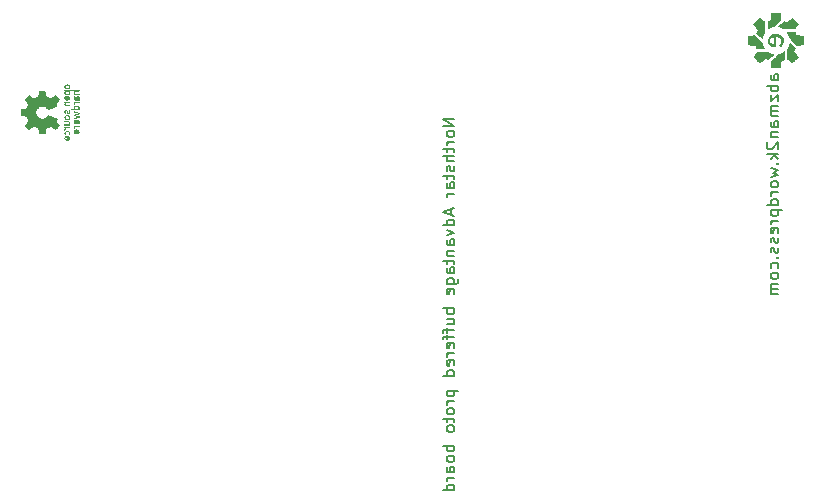
<source format=gbo>
%TF.GenerationSoftware,KiCad,Pcbnew,(6.0.0)*%
%TF.CreationDate,2022-03-13T19:33:12-04:00*%
%TF.ProjectId,Northstar Protoboard,4e6f7274-6873-4746-9172-2050726f746f,rev?*%
%TF.SameCoordinates,Original*%
%TF.FileFunction,Legend,Bot*%
%TF.FilePolarity,Positive*%
%FSLAX46Y46*%
G04 Gerber Fmt 4.6, Leading zero omitted, Abs format (unit mm)*
G04 Created by KiCad (PCBNEW (6.0.0)) date 2022-03-13 19:33:12*
%MOMM*%
%LPD*%
G01*
G04 APERTURE LIST*
%ADD10C,0.150000*%
%ADD11C,1.700000*%
%ADD12C,2.000000*%
%ADD13C,3.200000*%
%ADD14R,1.600000X1.600000*%
%ADD15C,1.600000*%
%ADD16R,1.700000X1.700000*%
%ADD17O,1.700000X1.700000*%
%ADD18O,3.500000X3.500000*%
%ADD19R,2.000000X1.905000*%
%ADD20O,2.000000X1.905000*%
%ADD21R,1.700000X7.400000*%
%ADD22O,1.600000X1.600000*%
%ADD23C,1.500000*%
%ADD24C,4.800000*%
G04 APERTURE END LIST*
D10*
X124404380Y-123222857D02*
X123880571Y-123222857D01*
X123785333Y-123175238D01*
X123737714Y-123080000D01*
X123737714Y-122889523D01*
X123785333Y-122794285D01*
X124356761Y-123222857D02*
X124404380Y-123127619D01*
X124404380Y-122889523D01*
X124356761Y-122794285D01*
X124261523Y-122746666D01*
X124166285Y-122746666D01*
X124071047Y-122794285D01*
X124023428Y-122889523D01*
X124023428Y-123127619D01*
X123975809Y-123222857D01*
X124404380Y-123699047D02*
X123404380Y-123699047D01*
X123785333Y-123699047D02*
X123737714Y-123794285D01*
X123737714Y-123984761D01*
X123785333Y-124080000D01*
X123832952Y-124127619D01*
X123928190Y-124175238D01*
X124213904Y-124175238D01*
X124309142Y-124127619D01*
X124356761Y-124080000D01*
X124404380Y-123984761D01*
X124404380Y-123794285D01*
X124356761Y-123699047D01*
X123737714Y-124508571D02*
X123737714Y-125032380D01*
X124404380Y-124508571D01*
X124404380Y-125032380D01*
X124404380Y-125413333D02*
X123737714Y-125413333D01*
X123832952Y-125413333D02*
X123785333Y-125460952D01*
X123737714Y-125556190D01*
X123737714Y-125699047D01*
X123785333Y-125794285D01*
X123880571Y-125841904D01*
X124404380Y-125841904D01*
X123880571Y-125841904D02*
X123785333Y-125889523D01*
X123737714Y-125984761D01*
X123737714Y-126127619D01*
X123785333Y-126222857D01*
X123880571Y-126270476D01*
X124404380Y-126270476D01*
X124404380Y-127175238D02*
X123880571Y-127175238D01*
X123785333Y-127127619D01*
X123737714Y-127032380D01*
X123737714Y-126841904D01*
X123785333Y-126746666D01*
X124356761Y-127175238D02*
X124404380Y-127080000D01*
X124404380Y-126841904D01*
X124356761Y-126746666D01*
X124261523Y-126699047D01*
X124166285Y-126699047D01*
X124071047Y-126746666D01*
X124023428Y-126841904D01*
X124023428Y-127080000D01*
X123975809Y-127175238D01*
X123737714Y-127651428D02*
X124404380Y-127651428D01*
X123832952Y-127651428D02*
X123785333Y-127699047D01*
X123737714Y-127794285D01*
X123737714Y-127937142D01*
X123785333Y-128032380D01*
X123880571Y-128080000D01*
X124404380Y-128080000D01*
X123499619Y-128508571D02*
X123452000Y-128556190D01*
X123404380Y-128651428D01*
X123404380Y-128889523D01*
X123452000Y-128984761D01*
X123499619Y-129032380D01*
X123594857Y-129080000D01*
X123690095Y-129080000D01*
X123832952Y-129032380D01*
X124404380Y-128460952D01*
X124404380Y-129080000D01*
X124404380Y-129508571D02*
X123404380Y-129508571D01*
X124023428Y-129603809D02*
X124404380Y-129889523D01*
X123737714Y-129889523D02*
X124118666Y-129508571D01*
X124309142Y-130318095D02*
X124356761Y-130365714D01*
X124404380Y-130318095D01*
X124356761Y-130270476D01*
X124309142Y-130318095D01*
X124404380Y-130318095D01*
X123737714Y-130699047D02*
X124404380Y-130889523D01*
X123928190Y-131080000D01*
X124404380Y-131270476D01*
X123737714Y-131460952D01*
X124404380Y-131984761D02*
X124356761Y-131889523D01*
X124309142Y-131841904D01*
X124213904Y-131794285D01*
X123928190Y-131794285D01*
X123832952Y-131841904D01*
X123785333Y-131889523D01*
X123737714Y-131984761D01*
X123737714Y-132127619D01*
X123785333Y-132222857D01*
X123832952Y-132270476D01*
X123928190Y-132318095D01*
X124213904Y-132318095D01*
X124309142Y-132270476D01*
X124356761Y-132222857D01*
X124404380Y-132127619D01*
X124404380Y-131984761D01*
X124404380Y-132746666D02*
X123737714Y-132746666D01*
X123928190Y-132746666D02*
X123832952Y-132794285D01*
X123785333Y-132841904D01*
X123737714Y-132937142D01*
X123737714Y-133032380D01*
X124404380Y-133794285D02*
X123404380Y-133794285D01*
X124356761Y-133794285D02*
X124404380Y-133699047D01*
X124404380Y-133508571D01*
X124356761Y-133413333D01*
X124309142Y-133365714D01*
X124213904Y-133318095D01*
X123928190Y-133318095D01*
X123832952Y-133365714D01*
X123785333Y-133413333D01*
X123737714Y-133508571D01*
X123737714Y-133699047D01*
X123785333Y-133794285D01*
X123737714Y-134270476D02*
X124737714Y-134270476D01*
X123785333Y-134270476D02*
X123737714Y-134365714D01*
X123737714Y-134556190D01*
X123785333Y-134651428D01*
X123832952Y-134699047D01*
X123928190Y-134746666D01*
X124213904Y-134746666D01*
X124309142Y-134699047D01*
X124356761Y-134651428D01*
X124404380Y-134556190D01*
X124404380Y-134365714D01*
X124356761Y-134270476D01*
X124404380Y-135175238D02*
X123737714Y-135175238D01*
X123928190Y-135175238D02*
X123832952Y-135222857D01*
X123785333Y-135270476D01*
X123737714Y-135365714D01*
X123737714Y-135460952D01*
X124356761Y-136175238D02*
X124404380Y-136080000D01*
X124404380Y-135889523D01*
X124356761Y-135794285D01*
X124261523Y-135746666D01*
X123880571Y-135746666D01*
X123785333Y-135794285D01*
X123737714Y-135889523D01*
X123737714Y-136080000D01*
X123785333Y-136175238D01*
X123880571Y-136222857D01*
X123975809Y-136222857D01*
X124071047Y-135746666D01*
X124356761Y-136603809D02*
X124404380Y-136699047D01*
X124404380Y-136889523D01*
X124356761Y-136984761D01*
X124261523Y-137032380D01*
X124213904Y-137032380D01*
X124118666Y-136984761D01*
X124071047Y-136889523D01*
X124071047Y-136746666D01*
X124023428Y-136651428D01*
X123928190Y-136603809D01*
X123880571Y-136603809D01*
X123785333Y-136651428D01*
X123737714Y-136746666D01*
X123737714Y-136889523D01*
X123785333Y-136984761D01*
X124356761Y-137413333D02*
X124404380Y-137508571D01*
X124404380Y-137699047D01*
X124356761Y-137794285D01*
X124261523Y-137841904D01*
X124213904Y-137841904D01*
X124118666Y-137794285D01*
X124071047Y-137699047D01*
X124071047Y-137556190D01*
X124023428Y-137460952D01*
X123928190Y-137413333D01*
X123880571Y-137413333D01*
X123785333Y-137460952D01*
X123737714Y-137556190D01*
X123737714Y-137699047D01*
X123785333Y-137794285D01*
X124309142Y-138270476D02*
X124356761Y-138318095D01*
X124404380Y-138270476D01*
X124356761Y-138222857D01*
X124309142Y-138270476D01*
X124404380Y-138270476D01*
X124356761Y-139175238D02*
X124404380Y-139080000D01*
X124404380Y-138889523D01*
X124356761Y-138794285D01*
X124309142Y-138746666D01*
X124213904Y-138699047D01*
X123928190Y-138699047D01*
X123832952Y-138746666D01*
X123785333Y-138794285D01*
X123737714Y-138889523D01*
X123737714Y-139080000D01*
X123785333Y-139175238D01*
X124404380Y-139746666D02*
X124356761Y-139651428D01*
X124309142Y-139603809D01*
X124213904Y-139556190D01*
X123928190Y-139556190D01*
X123832952Y-139603809D01*
X123785333Y-139651428D01*
X123737714Y-139746666D01*
X123737714Y-139889523D01*
X123785333Y-139984761D01*
X123832952Y-140032380D01*
X123928190Y-140080000D01*
X124213904Y-140080000D01*
X124309142Y-140032380D01*
X124356761Y-139984761D01*
X124404380Y-139889523D01*
X124404380Y-139746666D01*
X124404380Y-140508571D02*
X123737714Y-140508571D01*
X123832952Y-140508571D02*
X123785333Y-140556190D01*
X123737714Y-140651428D01*
X123737714Y-140794285D01*
X123785333Y-140889523D01*
X123880571Y-140937142D01*
X124404380Y-140937142D01*
X123880571Y-140937142D02*
X123785333Y-140984761D01*
X123737714Y-141080000D01*
X123737714Y-141222857D01*
X123785333Y-141318095D01*
X123880571Y-141365714D01*
X124404380Y-141365714D01*
X96972380Y-126525714D02*
X95972380Y-126525714D01*
X96972380Y-127097142D01*
X95972380Y-127097142D01*
X96972380Y-127716190D02*
X96924761Y-127620952D01*
X96877142Y-127573333D01*
X96781904Y-127525714D01*
X96496190Y-127525714D01*
X96400952Y-127573333D01*
X96353333Y-127620952D01*
X96305714Y-127716190D01*
X96305714Y-127859047D01*
X96353333Y-127954285D01*
X96400952Y-128001904D01*
X96496190Y-128049523D01*
X96781904Y-128049523D01*
X96877142Y-128001904D01*
X96924761Y-127954285D01*
X96972380Y-127859047D01*
X96972380Y-127716190D01*
X96972380Y-128478095D02*
X96305714Y-128478095D01*
X96496190Y-128478095D02*
X96400952Y-128525714D01*
X96353333Y-128573333D01*
X96305714Y-128668571D01*
X96305714Y-128763809D01*
X96305714Y-128954285D02*
X96305714Y-129335238D01*
X95972380Y-129097142D02*
X96829523Y-129097142D01*
X96924761Y-129144761D01*
X96972380Y-129239999D01*
X96972380Y-129335238D01*
X96972380Y-129668571D02*
X95972380Y-129668571D01*
X96972380Y-130097142D02*
X96448571Y-130097142D01*
X96353333Y-130049523D01*
X96305714Y-129954285D01*
X96305714Y-129811428D01*
X96353333Y-129716190D01*
X96400952Y-129668571D01*
X96924761Y-130525714D02*
X96972380Y-130620952D01*
X96972380Y-130811428D01*
X96924761Y-130906666D01*
X96829523Y-130954285D01*
X96781904Y-130954285D01*
X96686666Y-130906666D01*
X96639047Y-130811428D01*
X96639047Y-130668571D01*
X96591428Y-130573333D01*
X96496190Y-130525714D01*
X96448571Y-130525714D01*
X96353333Y-130573333D01*
X96305714Y-130668571D01*
X96305714Y-130811428D01*
X96353333Y-130906666D01*
X96305714Y-131239999D02*
X96305714Y-131620952D01*
X95972380Y-131382857D02*
X96829523Y-131382857D01*
X96924761Y-131430476D01*
X96972380Y-131525714D01*
X96972380Y-131620952D01*
X96972380Y-132382857D02*
X96448571Y-132382857D01*
X96353333Y-132335238D01*
X96305714Y-132239999D01*
X96305714Y-132049523D01*
X96353333Y-131954285D01*
X96924761Y-132382857D02*
X96972380Y-132287619D01*
X96972380Y-132049523D01*
X96924761Y-131954285D01*
X96829523Y-131906666D01*
X96734285Y-131906666D01*
X96639047Y-131954285D01*
X96591428Y-132049523D01*
X96591428Y-132287619D01*
X96543809Y-132382857D01*
X96972380Y-132859047D02*
X96305714Y-132859047D01*
X96496190Y-132859047D02*
X96400952Y-132906666D01*
X96353333Y-132954285D01*
X96305714Y-133049523D01*
X96305714Y-133144761D01*
X96686666Y-134192380D02*
X96686666Y-134668571D01*
X96972380Y-134097142D02*
X95972380Y-134430476D01*
X96972380Y-134763809D01*
X96972380Y-135525714D02*
X95972380Y-135525714D01*
X96924761Y-135525714D02*
X96972380Y-135430476D01*
X96972380Y-135240000D01*
X96924761Y-135144761D01*
X96877142Y-135097142D01*
X96781904Y-135049523D01*
X96496190Y-135049523D01*
X96400952Y-135097142D01*
X96353333Y-135144761D01*
X96305714Y-135240000D01*
X96305714Y-135430476D01*
X96353333Y-135525714D01*
X96305714Y-135906666D02*
X96972380Y-136144761D01*
X96305714Y-136382857D01*
X96972380Y-137192380D02*
X96448571Y-137192380D01*
X96353333Y-137144761D01*
X96305714Y-137049523D01*
X96305714Y-136859047D01*
X96353333Y-136763809D01*
X96924761Y-137192380D02*
X96972380Y-137097142D01*
X96972380Y-136859047D01*
X96924761Y-136763809D01*
X96829523Y-136716190D01*
X96734285Y-136716190D01*
X96639047Y-136763809D01*
X96591428Y-136859047D01*
X96591428Y-137097142D01*
X96543809Y-137192380D01*
X96305714Y-137668571D02*
X96972380Y-137668571D01*
X96400952Y-137668571D02*
X96353333Y-137716190D01*
X96305714Y-137811428D01*
X96305714Y-137954285D01*
X96353333Y-138049523D01*
X96448571Y-138097142D01*
X96972380Y-138097142D01*
X96305714Y-138430476D02*
X96305714Y-138811428D01*
X95972380Y-138573333D02*
X96829523Y-138573333D01*
X96924761Y-138620952D01*
X96972380Y-138716190D01*
X96972380Y-138811428D01*
X96972380Y-139573333D02*
X96448571Y-139573333D01*
X96353333Y-139525714D01*
X96305714Y-139430476D01*
X96305714Y-139239999D01*
X96353333Y-139144761D01*
X96924761Y-139573333D02*
X96972380Y-139478095D01*
X96972380Y-139239999D01*
X96924761Y-139144761D01*
X96829523Y-139097142D01*
X96734285Y-139097142D01*
X96639047Y-139144761D01*
X96591428Y-139239999D01*
X96591428Y-139478095D01*
X96543809Y-139573333D01*
X96305714Y-140478095D02*
X97115238Y-140478095D01*
X97210476Y-140430476D01*
X97258095Y-140382857D01*
X97305714Y-140287619D01*
X97305714Y-140144761D01*
X97258095Y-140049523D01*
X96924761Y-140478095D02*
X96972380Y-140382857D01*
X96972380Y-140192380D01*
X96924761Y-140097142D01*
X96877142Y-140049523D01*
X96781904Y-140001904D01*
X96496190Y-140001904D01*
X96400952Y-140049523D01*
X96353333Y-140097142D01*
X96305714Y-140192380D01*
X96305714Y-140382857D01*
X96353333Y-140478095D01*
X96924761Y-141335238D02*
X96972380Y-141239999D01*
X96972380Y-141049523D01*
X96924761Y-140954285D01*
X96829523Y-140906666D01*
X96448571Y-140906666D01*
X96353333Y-140954285D01*
X96305714Y-141049523D01*
X96305714Y-141239999D01*
X96353333Y-141335238D01*
X96448571Y-141382857D01*
X96543809Y-141382857D01*
X96639047Y-140906666D01*
X96972380Y-142573333D02*
X95972380Y-142573333D01*
X96353333Y-142573333D02*
X96305714Y-142668571D01*
X96305714Y-142859047D01*
X96353333Y-142954285D01*
X96400952Y-143001904D01*
X96496190Y-143049523D01*
X96781904Y-143049523D01*
X96877142Y-143001904D01*
X96924761Y-142954285D01*
X96972380Y-142859047D01*
X96972380Y-142668571D01*
X96924761Y-142573333D01*
X96305714Y-143906666D02*
X96972380Y-143906666D01*
X96305714Y-143478095D02*
X96829523Y-143478095D01*
X96924761Y-143525714D01*
X96972380Y-143620952D01*
X96972380Y-143763809D01*
X96924761Y-143859047D01*
X96877142Y-143906666D01*
X96305714Y-144239999D02*
X96305714Y-144620952D01*
X96972380Y-144382857D02*
X96115238Y-144382857D01*
X96020000Y-144430476D01*
X95972380Y-144525714D01*
X95972380Y-144620952D01*
X96305714Y-144811428D02*
X96305714Y-145192380D01*
X96972380Y-144954285D02*
X96115238Y-144954285D01*
X96020000Y-145001904D01*
X95972380Y-145097142D01*
X95972380Y-145192380D01*
X96924761Y-145906666D02*
X96972380Y-145811428D01*
X96972380Y-145620952D01*
X96924761Y-145525714D01*
X96829523Y-145478095D01*
X96448571Y-145478095D01*
X96353333Y-145525714D01*
X96305714Y-145620952D01*
X96305714Y-145811428D01*
X96353333Y-145906666D01*
X96448571Y-145954285D01*
X96543809Y-145954285D01*
X96639047Y-145478095D01*
X96972380Y-146382857D02*
X96305714Y-146382857D01*
X96496190Y-146382857D02*
X96400952Y-146430476D01*
X96353333Y-146478095D01*
X96305714Y-146573333D01*
X96305714Y-146668571D01*
X96924761Y-147382857D02*
X96972380Y-147287619D01*
X96972380Y-147097142D01*
X96924761Y-147001904D01*
X96829523Y-146954285D01*
X96448571Y-146954285D01*
X96353333Y-147001904D01*
X96305714Y-147097142D01*
X96305714Y-147287619D01*
X96353333Y-147382857D01*
X96448571Y-147430476D01*
X96543809Y-147430476D01*
X96639047Y-146954285D01*
X96972380Y-148287619D02*
X95972380Y-148287619D01*
X96924761Y-148287619D02*
X96972380Y-148192380D01*
X96972380Y-148001904D01*
X96924761Y-147906666D01*
X96877142Y-147859047D01*
X96781904Y-147811428D01*
X96496190Y-147811428D01*
X96400952Y-147859047D01*
X96353333Y-147906666D01*
X96305714Y-148001904D01*
X96305714Y-148192380D01*
X96353333Y-148287619D01*
X96305714Y-149525714D02*
X97305714Y-149525714D01*
X96353333Y-149525714D02*
X96305714Y-149620952D01*
X96305714Y-149811428D01*
X96353333Y-149906666D01*
X96400952Y-149954285D01*
X96496190Y-150001904D01*
X96781904Y-150001904D01*
X96877142Y-149954285D01*
X96924761Y-149906666D01*
X96972380Y-149811428D01*
X96972380Y-149620952D01*
X96924761Y-149525714D01*
X96972380Y-150430476D02*
X96305714Y-150430476D01*
X96496190Y-150430476D02*
X96400952Y-150478095D01*
X96353333Y-150525714D01*
X96305714Y-150620952D01*
X96305714Y-150716190D01*
X96972380Y-151192380D02*
X96924761Y-151097142D01*
X96877142Y-151049523D01*
X96781904Y-151001904D01*
X96496190Y-151001904D01*
X96400952Y-151049523D01*
X96353333Y-151097142D01*
X96305714Y-151192380D01*
X96305714Y-151335238D01*
X96353333Y-151430476D01*
X96400952Y-151478095D01*
X96496190Y-151525714D01*
X96781904Y-151525714D01*
X96877142Y-151478095D01*
X96924761Y-151430476D01*
X96972380Y-151335238D01*
X96972380Y-151192380D01*
X96305714Y-151811428D02*
X96305714Y-152192380D01*
X95972380Y-151954285D02*
X96829523Y-151954285D01*
X96924761Y-152001904D01*
X96972380Y-152097142D01*
X96972380Y-152192380D01*
X96972380Y-152668571D02*
X96924761Y-152573333D01*
X96877142Y-152525714D01*
X96781904Y-152478095D01*
X96496190Y-152478095D01*
X96400952Y-152525714D01*
X96353333Y-152573333D01*
X96305714Y-152668571D01*
X96305714Y-152811428D01*
X96353333Y-152906666D01*
X96400952Y-152954285D01*
X96496190Y-153001904D01*
X96781904Y-153001904D01*
X96877142Y-152954285D01*
X96924761Y-152906666D01*
X96972380Y-152811428D01*
X96972380Y-152668571D01*
X96972380Y-154192380D02*
X95972380Y-154192380D01*
X96353333Y-154192380D02*
X96305714Y-154287619D01*
X96305714Y-154478095D01*
X96353333Y-154573333D01*
X96400952Y-154620952D01*
X96496190Y-154668571D01*
X96781904Y-154668571D01*
X96877142Y-154620952D01*
X96924761Y-154573333D01*
X96972380Y-154478095D01*
X96972380Y-154287619D01*
X96924761Y-154192380D01*
X96972380Y-155239999D02*
X96924761Y-155144761D01*
X96877142Y-155097142D01*
X96781904Y-155049523D01*
X96496190Y-155049523D01*
X96400952Y-155097142D01*
X96353333Y-155144761D01*
X96305714Y-155239999D01*
X96305714Y-155382857D01*
X96353333Y-155478095D01*
X96400952Y-155525714D01*
X96496190Y-155573333D01*
X96781904Y-155573333D01*
X96877142Y-155525714D01*
X96924761Y-155478095D01*
X96972380Y-155382857D01*
X96972380Y-155239999D01*
X96972380Y-156430476D02*
X96448571Y-156430476D01*
X96353333Y-156382857D01*
X96305714Y-156287619D01*
X96305714Y-156097142D01*
X96353333Y-156001904D01*
X96924761Y-156430476D02*
X96972380Y-156335238D01*
X96972380Y-156097142D01*
X96924761Y-156001904D01*
X96829523Y-155954285D01*
X96734285Y-155954285D01*
X96639047Y-156001904D01*
X96591428Y-156097142D01*
X96591428Y-156335238D01*
X96543809Y-156430476D01*
X96972380Y-156906666D02*
X96305714Y-156906666D01*
X96496190Y-156906666D02*
X96400952Y-156954285D01*
X96353333Y-157001904D01*
X96305714Y-157097142D01*
X96305714Y-157192380D01*
X96972380Y-157954285D02*
X95972380Y-157954285D01*
X96924761Y-157954285D02*
X96972380Y-157859047D01*
X96972380Y-157668571D01*
X96924761Y-157573333D01*
X96877142Y-157525714D01*
X96781904Y-157478095D01*
X96496190Y-157478095D01*
X96400952Y-157525714D01*
X96353333Y-157573333D01*
X96305714Y-157668571D01*
X96305714Y-157859047D01*
X96353333Y-157954285D01*
%TO.C,G\u002A\u002A\u002A*%
G36*
X125861386Y-118240344D02*
G01*
X125883053Y-118262038D01*
X125946697Y-118326218D01*
X126002320Y-118383026D01*
X126049179Y-118431678D01*
X126086534Y-118471388D01*
X126113643Y-118501372D01*
X126129764Y-118520847D01*
X126134157Y-118529026D01*
X126132981Y-118530539D01*
X126122657Y-118543529D01*
X126103690Y-118567245D01*
X126077793Y-118599548D01*
X126046679Y-118638303D01*
X126012060Y-118681370D01*
X126004643Y-118690593D01*
X125968607Y-118735424D01*
X125934961Y-118777317D01*
X125905827Y-118813625D01*
X125883331Y-118841701D01*
X125869595Y-118858898D01*
X125862459Y-118867804D01*
X125838902Y-118896552D01*
X125817558Y-118921834D01*
X125792787Y-118950475D01*
X124883644Y-118950475D01*
X124824462Y-118912190D01*
X124753138Y-118870255D01*
X124635660Y-118816231D01*
X124509415Y-118774590D01*
X124377446Y-118746458D01*
X124371466Y-118745414D01*
X124352527Y-118740335D01*
X124344893Y-118735177D01*
X124346216Y-118733224D01*
X124357474Y-118720687D01*
X124379163Y-118697836D01*
X124409999Y-118665985D01*
X124448702Y-118626445D01*
X124493987Y-118580531D01*
X124544573Y-118529554D01*
X124599178Y-118474829D01*
X124853463Y-118220653D01*
X124905176Y-118243364D01*
X124914989Y-118247746D01*
X124950696Y-118264356D01*
X124992217Y-118284361D01*
X125032444Y-118304355D01*
X125108000Y-118342637D01*
X125175647Y-118288473D01*
X125193248Y-118274363D01*
X125222712Y-118250666D01*
X125246508Y-118231433D01*
X125260686Y-118219850D01*
X125264231Y-118216936D01*
X125281094Y-118203226D01*
X125308306Y-118181196D01*
X125343653Y-118152636D01*
X125384922Y-118119335D01*
X125429898Y-118083082D01*
X125581717Y-117960774D01*
X125861386Y-118240344D01*
G37*
G36*
X124923016Y-120810387D02*
G01*
X124923825Y-120826940D01*
X124924563Y-120858137D01*
X124925211Y-120902183D01*
X124925748Y-120957278D01*
X124926156Y-121021625D01*
X124926415Y-121093427D01*
X124926506Y-121170884D01*
X124926506Y-121533603D01*
X124867911Y-121556156D01*
X124841666Y-121565917D01*
X124798770Y-121581054D01*
X124752966Y-121596543D01*
X124710643Y-121610236D01*
X124678188Y-121619983D01*
X124676413Y-121621536D01*
X124671262Y-121636259D01*
X124666436Y-121663411D01*
X124662648Y-121699362D01*
X124660622Y-121723404D01*
X124655928Y-121772369D01*
X124650273Y-121825843D01*
X124644475Y-121875902D01*
X124641369Y-121901753D01*
X124634705Y-121959664D01*
X124628149Y-122019312D01*
X124622757Y-122071220D01*
X124619654Y-122101727D01*
X124615266Y-122142768D01*
X124611364Y-122177030D01*
X124608529Y-122199261D01*
X124603791Y-122231814D01*
X123816891Y-122231814D01*
X123812152Y-122199261D01*
X123810265Y-122184867D01*
X123806603Y-122153518D01*
X123802287Y-122113885D01*
X123797900Y-122071220D01*
X123794922Y-122041969D01*
X123788902Y-121985055D01*
X123782358Y-121925268D01*
X123776261Y-121871562D01*
X123771885Y-121833770D01*
X123766542Y-121787141D01*
X123761882Y-121745968D01*
X123758576Y-121716143D01*
X123753016Y-121664894D01*
X124068442Y-121349379D01*
X124080783Y-121337041D01*
X124161950Y-121256298D01*
X124231258Y-121188118D01*
X124288761Y-121132450D01*
X124334513Y-121089242D01*
X124368569Y-121058443D01*
X124390983Y-121040001D01*
X124401809Y-121033865D01*
X124419149Y-121031903D01*
X124450955Y-121025337D01*
X124491114Y-121015274D01*
X124535289Y-121002879D01*
X124579143Y-120989314D01*
X124618338Y-120975745D01*
X124630711Y-120971020D01*
X124710100Y-120935866D01*
X124790605Y-120892905D01*
X124863471Y-120846742D01*
X124869602Y-120842474D01*
X124895212Y-120825032D01*
X124914113Y-120812786D01*
X124922582Y-120808164D01*
X124923016Y-120810387D01*
G37*
G36*
X122744359Y-119759944D02*
G01*
X123066563Y-120083318D01*
X123081648Y-120148424D01*
X123086608Y-120168993D01*
X123128275Y-120301706D01*
X123184675Y-120427310D01*
X123254755Y-120543400D01*
X123267776Y-120562270D01*
X123285881Y-120588792D01*
X123298347Y-120607435D01*
X123303030Y-120615017D01*
X123300690Y-120615264D01*
X123283930Y-120615710D01*
X123252546Y-120616117D01*
X123208329Y-120616473D01*
X123153074Y-120616770D01*
X123088574Y-120616994D01*
X123016622Y-120617137D01*
X122939011Y-120617187D01*
X122574824Y-120617187D01*
X122558531Y-120580294D01*
X122554315Y-120570044D01*
X122543674Y-120541739D01*
X122530318Y-120504397D01*
X122515895Y-120462794D01*
X122502049Y-120421708D01*
X122490428Y-120385913D01*
X122482677Y-120360188D01*
X122481136Y-120358418D01*
X122466435Y-120353264D01*
X122439289Y-120348438D01*
X122403320Y-120344648D01*
X122379277Y-120342622D01*
X122330312Y-120337928D01*
X122276838Y-120332273D01*
X122226780Y-120326475D01*
X122200929Y-120323369D01*
X122143018Y-120316705D01*
X122083369Y-120310149D01*
X122031462Y-120304757D01*
X122000954Y-120301654D01*
X121959914Y-120297266D01*
X121925651Y-120293364D01*
X121903420Y-120290529D01*
X121870867Y-120285791D01*
X121870867Y-119498891D01*
X121903420Y-119494152D01*
X121917815Y-119492265D01*
X121949163Y-119488603D01*
X121988796Y-119484287D01*
X122031462Y-119479900D01*
X122060705Y-119476925D01*
X122117621Y-119470918D01*
X122177411Y-119464396D01*
X122231120Y-119458327D01*
X122269732Y-119453868D01*
X122314232Y-119448754D01*
X122352377Y-119444397D01*
X122378722Y-119441419D01*
X122422154Y-119436569D01*
X122744359Y-119759944D01*
G37*
G36*
X125365976Y-120030402D02*
G01*
X125378503Y-120041297D01*
X125401304Y-120062630D01*
X125433090Y-120093146D01*
X125472568Y-120131595D01*
X125518451Y-120176722D01*
X125569448Y-120227277D01*
X125624269Y-120282007D01*
X125880575Y-120538751D01*
X125858591Y-120588820D01*
X125854220Y-120598601D01*
X125837928Y-120633580D01*
X125818184Y-120674514D01*
X125798326Y-120714444D01*
X125760045Y-120790000D01*
X125814208Y-120857647D01*
X125828318Y-120875248D01*
X125852016Y-120904712D01*
X125871249Y-120928508D01*
X125882832Y-120942686D01*
X125885745Y-120946231D01*
X125899456Y-120963094D01*
X125921486Y-120990306D01*
X125950046Y-121025653D01*
X125983347Y-121066922D01*
X126019599Y-121111898D01*
X126141908Y-121263717D01*
X125862337Y-121543386D01*
X125840643Y-121565053D01*
X125776463Y-121628697D01*
X125719655Y-121684320D01*
X125671004Y-121731179D01*
X125631294Y-121768534D01*
X125601309Y-121795643D01*
X125581835Y-121811764D01*
X125573656Y-121816157D01*
X125566794Y-121810746D01*
X125548160Y-121795883D01*
X125520434Y-121773696D01*
X125486025Y-121746121D01*
X125447344Y-121715093D01*
X125406801Y-121682547D01*
X125366806Y-121650418D01*
X125329769Y-121620640D01*
X125298100Y-121595148D01*
X125274210Y-121575877D01*
X125260508Y-121564763D01*
X125244910Y-121552167D01*
X125220886Y-121532961D01*
X125193643Y-121511309D01*
X125144347Y-121472245D01*
X125143937Y-121026051D01*
X125143526Y-120579858D01*
X125185601Y-120513885D01*
X125212905Y-120469033D01*
X125275530Y-120345178D01*
X125321751Y-120217993D01*
X125351102Y-120088679D01*
X125355860Y-120061511D01*
X125360624Y-120039287D01*
X125363957Y-120029269D01*
X125365976Y-120030402D01*
G37*
G36*
X124160859Y-119307920D02*
G01*
X124269477Y-119307601D01*
X124373408Y-119320215D01*
X124471020Y-119345204D01*
X124560683Y-119382009D01*
X124640762Y-119430071D01*
X124709628Y-119488831D01*
X124765647Y-119557732D01*
X124770074Y-119564505D01*
X124808187Y-119633402D01*
X124838088Y-119706983D01*
X124856755Y-119777948D01*
X124859331Y-119799441D01*
X124861520Y-119836701D01*
X124862519Y-119881101D01*
X124862126Y-119927064D01*
X124861533Y-119946925D01*
X124858992Y-119993496D01*
X124854480Y-120030676D01*
X124847109Y-120064336D01*
X124835994Y-120100349D01*
X124834405Y-120104965D01*
X124794702Y-120192735D01*
X124740289Y-120272021D01*
X124672246Y-120341496D01*
X124591656Y-120399836D01*
X124541979Y-120429888D01*
X124508542Y-120392209D01*
X124488277Y-120367019D01*
X124477219Y-120344374D01*
X124479128Y-120325853D01*
X124493417Y-120308194D01*
X124512027Y-120289418D01*
X124542290Y-120253452D01*
X124573265Y-120211747D01*
X124600771Y-120170029D01*
X124620626Y-120134023D01*
X124624676Y-120125242D01*
X124633626Y-120103332D01*
X124639375Y-120082274D01*
X124642620Y-120057514D01*
X124644056Y-120024502D01*
X124644380Y-119978685D01*
X124644233Y-119936966D01*
X124643181Y-119904302D01*
X124640312Y-119879826D01*
X124634715Y-119858778D01*
X124625478Y-119836396D01*
X124611690Y-119807920D01*
X124591049Y-119771617D01*
X124542123Y-119711197D01*
X124481660Y-119661917D01*
X124411712Y-119625001D01*
X124334333Y-119601673D01*
X124251575Y-119593158D01*
X124214681Y-119592853D01*
X124214681Y-120391086D01*
X124192905Y-120405355D01*
X124181497Y-120410636D01*
X124150590Y-120417876D01*
X124109038Y-120422633D01*
X124060999Y-120424775D01*
X124010630Y-120424166D01*
X123962089Y-120420673D01*
X123919534Y-120414162D01*
X123882304Y-120404860D01*
X123799253Y-120372966D01*
X123724467Y-120328304D01*
X123660327Y-120272465D01*
X123609214Y-120207036D01*
X123607419Y-120204167D01*
X123574449Y-120144005D01*
X123551862Y-120084180D01*
X123538002Y-120019080D01*
X123531209Y-119943094D01*
X123530277Y-119917764D01*
X123697305Y-119917764D01*
X123702932Y-119971130D01*
X123718458Y-120016402D01*
X123730184Y-120036782D01*
X123771575Y-120088132D01*
X123822158Y-120126921D01*
X123879517Y-120151583D01*
X123941236Y-120160557D01*
X123970768Y-120159229D01*
X124008702Y-120149398D01*
X124034391Y-120129190D01*
X124049536Y-120097617D01*
X124051656Y-120083387D01*
X124053846Y-120052943D01*
X124055695Y-120009809D01*
X124057122Y-119956483D01*
X124058044Y-119895461D01*
X124058378Y-119829240D01*
X124058427Y-119592523D01*
X124038895Y-119596962D01*
X124030802Y-119598773D01*
X124005636Y-119604280D01*
X123976233Y-119610611D01*
X123946827Y-119618141D01*
X123876999Y-119646478D01*
X123814330Y-119686713D01*
X123761970Y-119736567D01*
X123723067Y-119793764D01*
X123715245Y-119811078D01*
X123701451Y-119862386D01*
X123697305Y-119917764D01*
X123530277Y-119917764D01*
X123529736Y-119903080D01*
X123529961Y-119866898D01*
X123532919Y-119836279D01*
X123539276Y-119804888D01*
X123549691Y-119766393D01*
X123559108Y-119736082D01*
X123595972Y-119648991D01*
X123645793Y-119570627D01*
X123710742Y-119497365D01*
X123730349Y-119478703D01*
X123804627Y-119418915D01*
X123883170Y-119373479D01*
X123969491Y-119340630D01*
X124058427Y-119320564D01*
X124067108Y-119318605D01*
X124160859Y-119307920D01*
G37*
G36*
X125862151Y-119204388D02*
G01*
X125866367Y-119214637D01*
X125877008Y-119242942D01*
X125890363Y-119280284D01*
X125904787Y-119321887D01*
X125918632Y-119362974D01*
X125930254Y-119398768D01*
X125938004Y-119424493D01*
X125939545Y-119426264D01*
X125954247Y-119431417D01*
X125981393Y-119436244D01*
X126017362Y-119440034D01*
X126041404Y-119442060D01*
X126090369Y-119446754D01*
X126143843Y-119452408D01*
X126193902Y-119458207D01*
X126219753Y-119461313D01*
X126277664Y-119467977D01*
X126337312Y-119474532D01*
X126389220Y-119479925D01*
X126419727Y-119483027D01*
X126460768Y-119487415D01*
X126495030Y-119491318D01*
X126517261Y-119494152D01*
X126549814Y-119498891D01*
X126549814Y-120285791D01*
X126517261Y-120290529D01*
X126502867Y-120292417D01*
X126471518Y-120296078D01*
X126431885Y-120300394D01*
X126389220Y-120304782D01*
X126359977Y-120307756D01*
X126303060Y-120313764D01*
X126243271Y-120320285D01*
X126189562Y-120326354D01*
X126151338Y-120330772D01*
X126105812Y-120336018D01*
X126066214Y-120340565D01*
X126038204Y-120343761D01*
X125991016Y-120349108D01*
X125671441Y-120029620D01*
X125648728Y-120006880D01*
X125588520Y-119946255D01*
X125532618Y-119889477D01*
X125482168Y-119837740D01*
X125438318Y-119792240D01*
X125402216Y-119754174D01*
X125375008Y-119724736D01*
X125357842Y-119705124D01*
X125351865Y-119696532D01*
X125351837Y-119695311D01*
X125348782Y-119675073D01*
X125341502Y-119643119D01*
X125331177Y-119603759D01*
X125318990Y-119561303D01*
X125306119Y-119520061D01*
X125293745Y-119484343D01*
X125286426Y-119465436D01*
X125251821Y-119388439D01*
X125210323Y-119310943D01*
X125166574Y-119241796D01*
X125164838Y-119239311D01*
X125146119Y-119212321D01*
X125131189Y-119190492D01*
X125123143Y-119178346D01*
X125123310Y-119176546D01*
X125129565Y-119174110D01*
X125144265Y-119172123D01*
X125168686Y-119170548D01*
X125204100Y-119169346D01*
X125251781Y-119168478D01*
X125313002Y-119167906D01*
X125389036Y-119167591D01*
X125481158Y-119167495D01*
X125845858Y-119167495D01*
X125862151Y-119204388D01*
G37*
G36*
X122863494Y-117980374D02*
G01*
X122864627Y-117981185D01*
X122885078Y-117996527D01*
X122912827Y-118018144D01*
X122942208Y-118041627D01*
X122948662Y-118046853D01*
X122978214Y-118070702D01*
X123015937Y-118101064D01*
X123057657Y-118134581D01*
X123099199Y-118167895D01*
X123117803Y-118182828D01*
X123153155Y-118211383D01*
X123183006Y-118235724D01*
X123204665Y-118253649D01*
X123215438Y-118262957D01*
X123228040Y-118273597D01*
X123247991Y-118287990D01*
X123268475Y-118301412D01*
X123268475Y-119222123D01*
X123239083Y-119266425D01*
X123211761Y-119311039D01*
X123181198Y-119367151D01*
X123152823Y-119424897D01*
X123130578Y-119476640D01*
X123123316Y-119496765D01*
X123109387Y-119540702D01*
X123095030Y-119591279D01*
X123081772Y-119642734D01*
X123071141Y-119689307D01*
X123064664Y-119725235D01*
X123062453Y-119738983D01*
X123057601Y-119758716D01*
X123053038Y-119766469D01*
X123050953Y-119765025D01*
X123038216Y-119753533D01*
X123015185Y-119731632D01*
X122983168Y-119700603D01*
X122943474Y-119661723D01*
X122897411Y-119616271D01*
X122846287Y-119565525D01*
X122791411Y-119510765D01*
X122535817Y-119255062D01*
X122564898Y-119187406D01*
X122565075Y-119186994D01*
X122584224Y-119144624D01*
X122606444Y-119098563D01*
X122626960Y-119058710D01*
X122659942Y-118997670D01*
X122629454Y-118958881D01*
X122617099Y-118943250D01*
X122597992Y-118919377D01*
X122584318Y-118902660D01*
X122581766Y-118899609D01*
X122562657Y-118876389D01*
X122535561Y-118843074D01*
X122502837Y-118802603D01*
X122466845Y-118757915D01*
X122429943Y-118711947D01*
X122394493Y-118667637D01*
X122362852Y-118627924D01*
X122337380Y-118595745D01*
X122320436Y-118574039D01*
X122279540Y-118520775D01*
X122837602Y-117961937D01*
X122863494Y-117980374D01*
G37*
G36*
X123595904Y-120871988D02*
G01*
X123661571Y-120911524D01*
X123728207Y-120945099D01*
X123802343Y-120975529D01*
X123833113Y-120986420D01*
X123877092Y-121000381D01*
X123922170Y-121013275D01*
X123963975Y-121023934D01*
X123998138Y-121031187D01*
X124020288Y-121033865D01*
X124033365Y-121034758D01*
X124053376Y-121039134D01*
X124060224Y-121042518D01*
X124067108Y-121050041D01*
X124066003Y-121051674D01*
X124055202Y-121063652D01*
X124033931Y-121085993D01*
X124003478Y-121117381D01*
X123965133Y-121156496D01*
X123920185Y-121202023D01*
X123869923Y-121252643D01*
X123815637Y-121307038D01*
X123564166Y-121558397D01*
X123531341Y-121546810D01*
X123513804Y-121539741D01*
X123483103Y-121526017D01*
X123445476Y-121508311D01*
X123405481Y-121488728D01*
X123312447Y-121442234D01*
X123244917Y-121496303D01*
X123227426Y-121510322D01*
X123197974Y-121533996D01*
X123174179Y-121553205D01*
X123159995Y-121564763D01*
X123149821Y-121573056D01*
X123128128Y-121590595D01*
X123098029Y-121614857D01*
X123061962Y-121643885D01*
X123022363Y-121675723D01*
X122981668Y-121708413D01*
X122942313Y-121739999D01*
X122906735Y-121768523D01*
X122877371Y-121792029D01*
X122856655Y-121808559D01*
X122847026Y-121816157D01*
X122845709Y-121816081D01*
X122833875Y-121807901D01*
X122810993Y-121788226D01*
X122777850Y-121757798D01*
X122735228Y-121717359D01*
X122683914Y-121667650D01*
X122624691Y-121609412D01*
X122558344Y-121543386D01*
X122278774Y-121263717D01*
X122401230Y-121111898D01*
X122415073Y-121094733D01*
X122451870Y-121049081D01*
X122485896Y-121006834D01*
X122515119Y-120970517D01*
X122537504Y-120942658D01*
X122551018Y-120925783D01*
X122558197Y-120916846D01*
X122581779Y-120888112D01*
X122603123Y-120862847D01*
X122627895Y-120834207D01*
X123537038Y-120834207D01*
X123595904Y-120871988D01*
G37*
G36*
X124608529Y-117585420D02*
G01*
X124610419Y-117599816D01*
X124614088Y-117631165D01*
X124618417Y-117670797D01*
X124622820Y-117713462D01*
X124625678Y-117741716D01*
X124629340Y-117776864D01*
X124633427Y-117814779D01*
X124638261Y-117858357D01*
X124644164Y-117910492D01*
X124651458Y-117974079D01*
X124660464Y-118052013D01*
X124662805Y-118073774D01*
X124664782Y-118095373D01*
X124663666Y-118098159D01*
X124652807Y-118112485D01*
X124631534Y-118136874D01*
X124601246Y-118169914D01*
X124563343Y-118210196D01*
X124519225Y-118256307D01*
X124470292Y-118306838D01*
X124417943Y-118360377D01*
X124363578Y-118415513D01*
X124308597Y-118470836D01*
X124254400Y-118524934D01*
X124202385Y-118576396D01*
X124153954Y-118623813D01*
X124110505Y-118665772D01*
X124073439Y-118700862D01*
X124044154Y-118727674D01*
X124024052Y-118744796D01*
X124014532Y-118750816D01*
X124013311Y-118750844D01*
X123993073Y-118753900D01*
X123961119Y-118761180D01*
X123921759Y-118771504D01*
X123879303Y-118783692D01*
X123838061Y-118796563D01*
X123802343Y-118808936D01*
X123783436Y-118816255D01*
X123706439Y-118850861D01*
X123628943Y-118892358D01*
X123559796Y-118936108D01*
X123557311Y-118937843D01*
X123530321Y-118956563D01*
X123508492Y-118971493D01*
X123496346Y-118979538D01*
X123494546Y-118979371D01*
X123492110Y-118973117D01*
X123490123Y-118958416D01*
X123488548Y-118933996D01*
X123487346Y-118898582D01*
X123486478Y-118850901D01*
X123485906Y-118789680D01*
X123485591Y-118713645D01*
X123485495Y-118621523D01*
X123485495Y-118256824D01*
X123522388Y-118240531D01*
X123532637Y-118236315D01*
X123560942Y-118225674D01*
X123598284Y-118212318D01*
X123639887Y-118197895D01*
X123680974Y-118184049D01*
X123716768Y-118172428D01*
X123742493Y-118164677D01*
X123744264Y-118163136D01*
X123749417Y-118148435D01*
X123754244Y-118121289D01*
X123758034Y-118085320D01*
X123760060Y-118061277D01*
X123764754Y-118012312D01*
X123770408Y-117958838D01*
X123776207Y-117908780D01*
X123779313Y-117882929D01*
X123785977Y-117825018D01*
X123792532Y-117765369D01*
X123797925Y-117713462D01*
X123801027Y-117682954D01*
X123805415Y-117641914D01*
X123809318Y-117607651D01*
X123812152Y-117585420D01*
X123816891Y-117552867D01*
X124603791Y-117552867D01*
X124608529Y-117585420D01*
G37*
G36*
X64258644Y-123610611D02*
G01*
X64302692Y-123617113D01*
X64339065Y-123628568D01*
X64369840Y-123645617D01*
X64397091Y-123668899D01*
X64411032Y-123684457D01*
X64436863Y-123725470D01*
X64451036Y-123770458D01*
X64453788Y-123805686D01*
X64451121Y-123846255D01*
X64443277Y-123883483D01*
X64432783Y-123909070D01*
X64407732Y-123946097D01*
X64374289Y-123977178D01*
X64334896Y-123999695D01*
X64321802Y-124004041D01*
X64290798Y-124010031D01*
X64252595Y-124013834D01*
X64210443Y-124015445D01*
X64167595Y-124014863D01*
X64127300Y-124012084D01*
X64092811Y-124007106D01*
X64067377Y-123999926D01*
X64047878Y-123990497D01*
X64010228Y-123963243D01*
X63980967Y-123928871D01*
X63960456Y-123889176D01*
X63949056Y-123845955D01*
X63948199Y-123825961D01*
X64050361Y-123825961D01*
X64058271Y-123855431D01*
X64075171Y-123881162D01*
X64101059Y-123900675D01*
X64113271Y-123906328D01*
X64127273Y-123910657D01*
X64144421Y-123913189D01*
X64167832Y-123914359D01*
X64200622Y-123914604D01*
X64229827Y-123913991D01*
X64269015Y-123910390D01*
X64298494Y-123903182D01*
X64319791Y-123891929D01*
X64334431Y-123876193D01*
X64334454Y-123876158D01*
X64347496Y-123846301D01*
X64351697Y-123813090D01*
X64347083Y-123780617D01*
X64333678Y-123752969D01*
X64326094Y-123743509D01*
X64311574Y-123730023D01*
X64294180Y-123720830D01*
X64271524Y-123715187D01*
X64241214Y-123712347D01*
X64200860Y-123711566D01*
X64197198Y-123711568D01*
X64164228Y-123711882D01*
X64140807Y-123712976D01*
X64124236Y-123715198D01*
X64111818Y-123718893D01*
X64100856Y-123724407D01*
X64080609Y-123739882D01*
X64061528Y-123765709D01*
X64051446Y-123795228D01*
X64050361Y-123825961D01*
X63948199Y-123825961D01*
X63947129Y-123801003D01*
X63955034Y-123756116D01*
X63973134Y-123713089D01*
X64001789Y-123673719D01*
X64010975Y-123664248D01*
X64037849Y-123642249D01*
X64068103Y-123626378D01*
X64103908Y-123615924D01*
X64147437Y-123610174D01*
X64200860Y-123608416D01*
X64204846Y-123608424D01*
X64258644Y-123610611D01*
G37*
G36*
X64950044Y-127420669D02*
G01*
X65005588Y-127419588D01*
X65058463Y-127425521D01*
X65105828Y-127437988D01*
X65144842Y-127456506D01*
X65166242Y-127471364D01*
X65193475Y-127497273D01*
X65213912Y-127528568D01*
X65230229Y-127568765D01*
X65235181Y-127590808D01*
X65237604Y-127626902D01*
X65235480Y-127666094D01*
X65229135Y-127703620D01*
X65218895Y-127734716D01*
X65215955Y-127740807D01*
X65203974Y-127761925D01*
X65190124Y-127782413D01*
X65176394Y-127799698D01*
X65164774Y-127811209D01*
X65157256Y-127814374D01*
X65157097Y-127814301D01*
X65150625Y-127808471D01*
X65138762Y-127795777D01*
X65123952Y-127778828D01*
X65095278Y-127745080D01*
X65110629Y-127726837D01*
X65124108Y-127705300D01*
X65135553Y-127675054D01*
X65141929Y-127643311D01*
X65141702Y-127615567D01*
X65130814Y-127582449D01*
X65110784Y-127554246D01*
X65083845Y-127533956D01*
X65052091Y-127523723D01*
X65026063Y-127520232D01*
X65026063Y-127829777D01*
X64954836Y-127827051D01*
X64949763Y-127826853D01*
X64918901Y-127825280D01*
X64896369Y-127822949D01*
X64878495Y-127819105D01*
X64861609Y-127812994D01*
X64842040Y-127803860D01*
X64806225Y-127781934D01*
X64772336Y-127748865D01*
X64748766Y-127708924D01*
X64735762Y-127662552D01*
X64734518Y-127632808D01*
X64827240Y-127632808D01*
X64835018Y-127665408D01*
X64853292Y-127692100D01*
X64881287Y-127711943D01*
X64918224Y-127723995D01*
X64938541Y-127727867D01*
X64938541Y-127520232D01*
X64912513Y-127523723D01*
X64881679Y-127532919D01*
X64855012Y-127552280D01*
X64836467Y-127579879D01*
X64827577Y-127614083D01*
X64827240Y-127632808D01*
X64734518Y-127632808D01*
X64733572Y-127610192D01*
X64734027Y-127603924D01*
X64743742Y-127555421D01*
X64763773Y-127513701D01*
X64793736Y-127479117D01*
X64833243Y-127452023D01*
X64881909Y-127432771D01*
X64938541Y-127421871D01*
X64939349Y-127421715D01*
X64950044Y-127420669D01*
G37*
G36*
X64138344Y-126699833D02*
G01*
X64144771Y-126699835D01*
X64196487Y-126699886D01*
X64237436Y-126700080D01*
X64269183Y-126700523D01*
X64293292Y-126701318D01*
X64311328Y-126702569D01*
X64324855Y-126704383D01*
X64335436Y-126706862D01*
X64344638Y-126710111D01*
X64354022Y-126714235D01*
X64371573Y-126723395D01*
X64407845Y-126751647D01*
X64434638Y-126787802D01*
X64451307Y-126831083D01*
X64453289Y-126840687D01*
X64454291Y-126882322D01*
X64443917Y-126924748D01*
X64422650Y-126965699D01*
X64401754Y-126996749D01*
X64450921Y-126996749D01*
X64450921Y-127096774D01*
X63950798Y-127096774D01*
X63950798Y-126996749D01*
X64112014Y-126996749D01*
X64133468Y-126996744D01*
X64178131Y-126996644D01*
X64212655Y-126996321D01*
X64238721Y-126995649D01*
X64258008Y-126994504D01*
X64272197Y-126992759D01*
X64282969Y-126990291D01*
X64292003Y-126986974D01*
X64300980Y-126982683D01*
X64309387Y-126978032D01*
X64333627Y-126957314D01*
X64347554Y-126930195D01*
X64351845Y-126895515D01*
X64351738Y-126890631D01*
X64347097Y-126862753D01*
X64334186Y-126840121D01*
X64310994Y-126818967D01*
X64307993Y-126816831D01*
X64301882Y-126813445D01*
X64293918Y-126810814D01*
X64282580Y-126808819D01*
X64266346Y-126807342D01*
X64243694Y-126806263D01*
X64213104Y-126805463D01*
X64173054Y-126804826D01*
X64122023Y-126804230D01*
X63950302Y-126802384D01*
X63952113Y-126751092D01*
X63953924Y-126699801D01*
X64138344Y-126699833D01*
G37*
G36*
X65133740Y-124574723D02*
G01*
X65153757Y-124583078D01*
X65185802Y-124606420D01*
X65211586Y-124639089D01*
X65229616Y-124679455D01*
X65235020Y-124704842D01*
X65237812Y-124739582D01*
X65236875Y-124774599D01*
X65232088Y-124803828D01*
X65231657Y-124805309D01*
X65222380Y-124826683D01*
X65209687Y-124846026D01*
X65193743Y-124864975D01*
X65232364Y-124864975D01*
X65232364Y-124972349D01*
X65043255Y-124969792D01*
X65040355Y-124969753D01*
X64979620Y-124968725D01*
X64930473Y-124967452D01*
X64892040Y-124965887D01*
X64863444Y-124963988D01*
X64843811Y-124961708D01*
X64832265Y-124959002D01*
X64804681Y-124945557D01*
X64775763Y-124920718D01*
X64753477Y-124886099D01*
X64749171Y-124876947D01*
X64742373Y-124859213D01*
X64737986Y-124840330D01*
X64735268Y-124816514D01*
X64733479Y-124783980D01*
X64732870Y-124757568D01*
X64735008Y-124713985D01*
X64742034Y-124678575D01*
X64754543Y-124648909D01*
X64773132Y-124622560D01*
X64782729Y-124611830D01*
X64794123Y-124600539D01*
X64800491Y-124596159D01*
X64801031Y-124596307D01*
X64807955Y-124602389D01*
X64819767Y-124615604D01*
X64834248Y-124633496D01*
X64863244Y-124670834D01*
X64848518Y-124686723D01*
X64841351Y-124695730D01*
X64832342Y-124714847D01*
X64827474Y-124740413D01*
X64826014Y-124775310D01*
X64826657Y-124790706D01*
X64832125Y-124820852D01*
X64842349Y-124844268D01*
X64856331Y-124858220D01*
X64863205Y-124860660D01*
X64881354Y-124863762D01*
X64903065Y-124864975D01*
X64937179Y-124864975D01*
X65025094Y-124864975D01*
X65060272Y-124864975D01*
X65074452Y-124864396D01*
X65102494Y-124859275D01*
X65123439Y-124849665D01*
X65134712Y-124836549D01*
X65135600Y-124833845D01*
X65138827Y-124815831D01*
X65140946Y-124790829D01*
X65141796Y-124763293D01*
X65141214Y-124737672D01*
X65139036Y-124718418D01*
X65136911Y-124710359D01*
X65124711Y-124687535D01*
X65106733Y-124672156D01*
X65085599Y-124665257D01*
X65063929Y-124667873D01*
X65044344Y-124681039D01*
X65038676Y-124687659D01*
X65034213Y-124695613D01*
X65031238Y-124706551D01*
X65029340Y-124722852D01*
X65028111Y-124746897D01*
X65027141Y-124781063D01*
X65025094Y-124864975D01*
X64937179Y-124864975D01*
X64939805Y-124772765D01*
X64941565Y-124729996D01*
X64944623Y-124695170D01*
X64949508Y-124668320D01*
X64956814Y-124647137D01*
X64967137Y-124629312D01*
X64981071Y-124612538D01*
X64993966Y-124601051D01*
X65025197Y-124583497D01*
X65061625Y-124572583D01*
X65085599Y-124570501D01*
X65099167Y-124569322D01*
X65133740Y-124574723D01*
G37*
G36*
X65075442Y-125418886D02*
G01*
X65097143Y-125419897D01*
X65113095Y-125421615D01*
X65125291Y-125424223D01*
X65135724Y-125427907D01*
X65146388Y-125432851D01*
X65153791Y-125436805D01*
X65185005Y-125460302D01*
X65211135Y-125490657D01*
X65228505Y-125523795D01*
X65230243Y-125529202D01*
X65235683Y-125554154D01*
X65238122Y-125578978D01*
X65237651Y-125590487D01*
X65232859Y-125618078D01*
X65224148Y-125646305D01*
X65213019Y-125670795D01*
X65200975Y-125687171D01*
X65196290Y-125691648D01*
X65189470Y-125701775D01*
X65194086Y-125707274D01*
X65210483Y-125708932D01*
X65232364Y-125708932D01*
X65232364Y-125808957D01*
X64531665Y-125808957D01*
X64533491Y-125760508D01*
X64535317Y-125712058D01*
X64658785Y-125710363D01*
X64665201Y-125710268D01*
X64702317Y-125709420D01*
X64734464Y-125708193D01*
X64759758Y-125706695D01*
X64776315Y-125705033D01*
X64782253Y-125703314D01*
X64780273Y-125698540D01*
X64771881Y-125689380D01*
X64768796Y-125686526D01*
X64755342Y-125667405D01*
X64743674Y-125641133D01*
X64737874Y-125620662D01*
X64832486Y-125620662D01*
X64839665Y-125649259D01*
X64855231Y-125674249D01*
X64879152Y-125692875D01*
X64880958Y-125693794D01*
X64893206Y-125699003D01*
X64907052Y-125702476D01*
X64925222Y-125704547D01*
X64950439Y-125705546D01*
X64985428Y-125705805D01*
X64987233Y-125705804D01*
X65029573Y-125704976D01*
X65061550Y-125702121D01*
X65085164Y-125696537D01*
X65102413Y-125687519D01*
X65115296Y-125674363D01*
X65125811Y-125656365D01*
X65133832Y-125636004D01*
X65137449Y-125605227D01*
X65130097Y-125572451D01*
X65127566Y-125566281D01*
X65112740Y-125545431D01*
X65089685Y-125530300D01*
X65057552Y-125520603D01*
X65015486Y-125516056D01*
X64962638Y-125516372D01*
X64927000Y-125518862D01*
X64896902Y-125523445D01*
X64877312Y-125530028D01*
X64861578Y-125540776D01*
X64843411Y-125563665D01*
X64833724Y-125591212D01*
X64832486Y-125620662D01*
X64737874Y-125620662D01*
X64735443Y-125612083D01*
X64732302Y-125584627D01*
X64732433Y-125575283D01*
X64737481Y-125536105D01*
X64750925Y-125502730D01*
X64774230Y-125471188D01*
X64789443Y-125455274D01*
X64804465Y-125442704D01*
X64820877Y-125433322D01*
X64840528Y-125426671D01*
X64865270Y-125422295D01*
X64896955Y-125419735D01*
X64937432Y-125418534D01*
X64988554Y-125418236D01*
X65006820Y-125418244D01*
X65015486Y-125418278D01*
X65045999Y-125418396D01*
X65075442Y-125418886D01*
G37*
G36*
X64274582Y-126211654D02*
G01*
X64312055Y-126217981D01*
X64340669Y-126227063D01*
X64378762Y-126250048D01*
X64412331Y-126283489D01*
X64436832Y-126324169D01*
X64450858Y-126370256D01*
X64452265Y-126380045D01*
X64453441Y-126419970D01*
X64448546Y-126460214D01*
X64438182Y-126494858D01*
X64423797Y-126520615D01*
X64397539Y-126552392D01*
X64366013Y-126579370D01*
X64333035Y-126597811D01*
X64322799Y-126601674D01*
X64307735Y-126606143D01*
X64291039Y-126609118D01*
X64269993Y-126610898D01*
X64241881Y-126611784D01*
X64203986Y-126612076D01*
X64190509Y-126612061D01*
X64145476Y-126610988D01*
X64109867Y-126607824D01*
X64081289Y-126601932D01*
X64057350Y-126592676D01*
X64035655Y-126579421D01*
X64013813Y-126561529D01*
X63984796Y-126529192D01*
X63962438Y-126488966D01*
X63949922Y-126445715D01*
X63947733Y-126412771D01*
X64050823Y-126412771D01*
X64050825Y-126413487D01*
X64056568Y-126448170D01*
X64073289Y-126476888D01*
X64100856Y-126499414D01*
X64101891Y-126500015D01*
X64112874Y-126505345D01*
X64125566Y-126508888D01*
X64142662Y-126510989D01*
X64166861Y-126511996D01*
X64200860Y-126512255D01*
X64223778Y-126512048D01*
X64258510Y-126510256D01*
X64284462Y-126506008D01*
X64304017Y-126498564D01*
X64319558Y-126487187D01*
X64333466Y-126471136D01*
X64344316Y-126452176D01*
X64351735Y-126419133D01*
X64347881Y-126382593D01*
X64347820Y-126382355D01*
X64338895Y-126356675D01*
X64325919Y-126337484D01*
X64307248Y-126323962D01*
X64281237Y-126315290D01*
X64246243Y-126310648D01*
X64200622Y-126309217D01*
X64171170Y-126309393D01*
X64146809Y-126310430D01*
X64129081Y-126312778D01*
X64114870Y-126316871D01*
X64101059Y-126323146D01*
X64093788Y-126327209D01*
X64069670Y-126348344D01*
X64055473Y-126376643D01*
X64050823Y-126412771D01*
X63947733Y-126412771D01*
X63946968Y-126401257D01*
X63953294Y-126357414D01*
X63968621Y-126316002D01*
X63992667Y-126278843D01*
X64025152Y-126247754D01*
X64065796Y-126224555D01*
X64071404Y-126222405D01*
X64103000Y-126214502D01*
X64142460Y-126209506D01*
X64186440Y-126207386D01*
X64200622Y-126207614D01*
X64231596Y-126208112D01*
X64274582Y-126211654D01*
G37*
G36*
X64365685Y-125728020D02*
G01*
X64374242Y-125735159D01*
X64386355Y-125750168D01*
X64400200Y-125770422D01*
X64413956Y-125793295D01*
X64425800Y-125816164D01*
X64434572Y-125837134D01*
X64444252Y-125865655D01*
X64450356Y-125890227D01*
X64452276Y-125902821D01*
X64454589Y-125953133D01*
X64448800Y-126001563D01*
X64435634Y-126046152D01*
X64415812Y-126084943D01*
X64390060Y-126115979D01*
X64359098Y-126137302D01*
X64331604Y-126145763D01*
X64295819Y-126148401D01*
X64259406Y-126144066D01*
X64227383Y-126132924D01*
X64225092Y-126131725D01*
X64202241Y-126116663D01*
X64184351Y-126097596D01*
X64170699Y-126072838D01*
X64160565Y-126040705D01*
X64153225Y-125999511D01*
X64147958Y-125947572D01*
X64147950Y-125947470D01*
X64144876Y-125921941D01*
X64140231Y-125898993D01*
X64135017Y-125883585D01*
X64125077Y-125870354D01*
X64107409Y-125860969D01*
X64087678Y-125861470D01*
X64068755Y-125871593D01*
X64053511Y-125891074D01*
X64047058Y-125910099D01*
X64044109Y-125941299D01*
X64046912Y-125976288D01*
X64055083Y-126011154D01*
X64068241Y-126041984D01*
X64087826Y-126076687D01*
X64054261Y-126105362D01*
X64053233Y-126106238D01*
X64036032Y-126120270D01*
X64022483Y-126130224D01*
X64015442Y-126133994D01*
X64013712Y-126133498D01*
X64005151Y-126125357D01*
X63993807Y-126109322D01*
X63981462Y-126088117D01*
X63969902Y-126064464D01*
X63961958Y-126041668D01*
X63954275Y-126008637D01*
X63948866Y-125972993D01*
X63946432Y-125939511D01*
X63947672Y-125912966D01*
X63952969Y-125885948D01*
X63968908Y-125840194D01*
X63992083Y-125804596D01*
X64022461Y-125779189D01*
X64060007Y-125764006D01*
X64104686Y-125759082D01*
X64112215Y-125759411D01*
X64137819Y-125763509D01*
X64160225Y-125770760D01*
X64171849Y-125776707D01*
X64195793Y-125794437D01*
X64214253Y-125818083D01*
X64228022Y-125849236D01*
X64237892Y-125889491D01*
X64244656Y-125940439D01*
X64246527Y-125958366D01*
X64251525Y-125992711D01*
X64257940Y-126016918D01*
X64266542Y-126032649D01*
X64278105Y-126041565D01*
X64293399Y-126045327D01*
X64309094Y-126045179D01*
X64330300Y-126036679D01*
X64345297Y-126017687D01*
X64354206Y-125988015D01*
X64357148Y-125947478D01*
X64357144Y-125945777D01*
X64353304Y-125901364D01*
X64341264Y-125862532D01*
X64319552Y-125824459D01*
X64300204Y-125796338D01*
X64330239Y-125762092D01*
X64332063Y-125760020D01*
X64346995Y-125743719D01*
X64358578Y-125732172D01*
X64364437Y-125727766D01*
X64365685Y-125728020D01*
G37*
G36*
X64450921Y-125157890D02*
G01*
X64283693Y-125159906D01*
X64247193Y-125160361D01*
X64204886Y-125160999D01*
X64172355Y-125161755D01*
X64148000Y-125162768D01*
X64130222Y-125164179D01*
X64117420Y-125166127D01*
X64107994Y-125168752D01*
X64100343Y-125172193D01*
X64092869Y-125176592D01*
X64088537Y-125179404D01*
X64066786Y-125199657D01*
X64054614Y-125225441D01*
X64050823Y-125259109D01*
X64054765Y-125291501D01*
X64067841Y-125317871D01*
X64090742Y-125337681D01*
X64097182Y-125341038D01*
X64105755Y-125343933D01*
X64117551Y-125346209D01*
X64134116Y-125347989D01*
X64156997Y-125349394D01*
X64187741Y-125350549D01*
X64227895Y-125351575D01*
X64279004Y-125352595D01*
X64447796Y-125355720D01*
X64449619Y-125407787D01*
X64451443Y-125459853D01*
X64265199Y-125457799D01*
X64262587Y-125457770D01*
X64209735Y-125457146D01*
X64167759Y-125456497D01*
X64135104Y-125455704D01*
X64110211Y-125454651D01*
X64091524Y-125453218D01*
X64077486Y-125451289D01*
X64066541Y-125448745D01*
X64057130Y-125445470D01*
X64047697Y-125441344D01*
X64015025Y-125422806D01*
X63987184Y-125396855D01*
X63964819Y-125361972D01*
X63961112Y-125354102D01*
X63950882Y-125318442D01*
X63948572Y-125280247D01*
X63953800Y-125242838D01*
X63966183Y-125209534D01*
X63985339Y-125183655D01*
X63994500Y-125174349D01*
X63999696Y-125164851D01*
X63993629Y-125160096D01*
X63975804Y-125158797D01*
X63950798Y-125158797D01*
X63950798Y-125058772D01*
X64450921Y-125058772D01*
X64450921Y-125157890D01*
G37*
G36*
X64259558Y-127533743D02*
G01*
X64310106Y-127546320D01*
X64354354Y-127566355D01*
X64390062Y-127593283D01*
X64396200Y-127599687D01*
X64420577Y-127632798D01*
X64439771Y-127671084D01*
X64450867Y-127708997D01*
X64454394Y-127732978D01*
X64455908Y-127760670D01*
X64453074Y-127785901D01*
X64445619Y-127814201D01*
X64441538Y-127826013D01*
X64425273Y-127861092D01*
X64404747Y-127893455D01*
X64382882Y-127918257D01*
X64373808Y-127925684D01*
X64366513Y-127926232D01*
X64356459Y-127918257D01*
X64352658Y-127914622D01*
X64339044Y-127900005D01*
X64324782Y-127883038D01*
X64306296Y-127859728D01*
X64323423Y-127837273D01*
X64327027Y-127832332D01*
X64344417Y-127798322D01*
X64351831Y-127762431D01*
X64349672Y-127726967D01*
X64338349Y-127694235D01*
X64318264Y-127666541D01*
X64289825Y-127646192D01*
X64288244Y-127645424D01*
X64271391Y-127638469D01*
X64253822Y-127634301D01*
X64231618Y-127632284D01*
X64200860Y-127631784D01*
X64191915Y-127631823D01*
X64164334Y-127632651D01*
X64144228Y-127635075D01*
X64127631Y-127639785D01*
X64110574Y-127647468D01*
X64085155Y-127664104D01*
X64064800Y-127688968D01*
X64053986Y-127720789D01*
X64052096Y-127760761D01*
X64052829Y-127772017D01*
X64056086Y-127794578D01*
X64062754Y-127812529D01*
X64074636Y-127831527D01*
X64094942Y-127860336D01*
X64076697Y-127883342D01*
X64072039Y-127889083D01*
X64057426Y-127905847D01*
X64045195Y-127918316D01*
X64043144Y-127920160D01*
X64034479Y-127926440D01*
X64027261Y-127925071D01*
X64016254Y-127915551D01*
X64013425Y-127912813D01*
X63988751Y-127882014D01*
X63967886Y-127843930D01*
X63953443Y-127803236D01*
X63950973Y-127793168D01*
X63946847Y-127769509D01*
X63946690Y-127747430D01*
X63950238Y-127720129D01*
X63959047Y-127682008D01*
X63979097Y-127635166D01*
X64008091Y-127596973D01*
X64046168Y-127567298D01*
X64093468Y-127546010D01*
X64150132Y-127532978D01*
X64204952Y-127529187D01*
X64259558Y-127533743D01*
G37*
G36*
X64449611Y-127254625D02*
G01*
X64447796Y-127306200D01*
X64275878Y-127309326D01*
X64249424Y-127309813D01*
X64201364Y-127310830D01*
X64163612Y-127312058D01*
X64134674Y-127313791D01*
X64113055Y-127316320D01*
X64097263Y-127319940D01*
X64085801Y-127324943D01*
X64077178Y-127331622D01*
X64069898Y-127340270D01*
X64062468Y-127351180D01*
X64055232Y-127367775D01*
X64051181Y-127394885D01*
X64053096Y-127423575D01*
X64061054Y-127448512D01*
X64071286Y-127468297D01*
X64043863Y-127492309D01*
X64032505Y-127502083D01*
X64014055Y-127517374D01*
X63999784Y-127528520D01*
X63983129Y-127540720D01*
X63970421Y-127520158D01*
X63957594Y-127492683D01*
X63949486Y-127455295D01*
X63949265Y-127416384D01*
X63956593Y-127378995D01*
X63971131Y-127346175D01*
X63992542Y-127320969D01*
X63993481Y-127320185D01*
X63997819Y-127314912D01*
X63993413Y-127311804D01*
X63978400Y-127309326D01*
X63953924Y-127306200D01*
X63952108Y-127254625D01*
X63950293Y-127203050D01*
X64451427Y-127203050D01*
X64449611Y-127254625D01*
G37*
G36*
X65232364Y-125177552D02*
G01*
X65071148Y-125177552D01*
X65049833Y-125177557D01*
X65005135Y-125177657D01*
X64970579Y-125177980D01*
X64944483Y-125178651D01*
X64925165Y-125179797D01*
X64910943Y-125181541D01*
X64900136Y-125184009D01*
X64891062Y-125187326D01*
X64882039Y-125191618D01*
X64861807Y-125205596D01*
X64842808Y-125230211D01*
X64833030Y-125259339D01*
X64833323Y-125290073D01*
X64844539Y-125319510D01*
X64856766Y-125339564D01*
X64815025Y-125374211D01*
X64807116Y-125380699D01*
X64788800Y-125395104D01*
X64774956Y-125405110D01*
X64768103Y-125408859D01*
X64764371Y-125405637D01*
X64756697Y-125393721D01*
X64747643Y-125376038D01*
X64742084Y-125362604D01*
X64732588Y-125320320D01*
X64733965Y-125277812D01*
X64745909Y-125237677D01*
X64768115Y-125202510D01*
X64789479Y-125177552D01*
X64738492Y-125177552D01*
X64738492Y-125077527D01*
X65232364Y-125077527D01*
X65232364Y-125177552D01*
G37*
G36*
X64217975Y-124566797D02*
G01*
X64269625Y-124572068D01*
X64318000Y-124584207D01*
X64360730Y-124603244D01*
X64395443Y-124629209D01*
X64414949Y-124652373D01*
X64436874Y-124691452D01*
X64450715Y-124734516D01*
X64453811Y-124762307D01*
X64452766Y-124800941D01*
X64447114Y-124840580D01*
X64437376Y-124875701D01*
X64431062Y-124889673D01*
X64416007Y-124914872D01*
X64398966Y-124936857D01*
X64372777Y-124965349D01*
X64343185Y-124929488D01*
X64336494Y-124921330D01*
X64324362Y-124905584D01*
X64318842Y-124895438D01*
X64318788Y-124888121D01*
X64323052Y-124880864D01*
X64325275Y-124877796D01*
X64345592Y-124840179D01*
X64355834Y-124800307D01*
X64355639Y-124760809D01*
X64344645Y-124724314D01*
X64326031Y-124699116D01*
X64297670Y-124679862D01*
X64261812Y-124668532D01*
X64238369Y-124664359D01*
X64238369Y-124977502D01*
X64199297Y-124977455D01*
X64174930Y-124976960D01*
X64121407Y-124971514D01*
X64076594Y-124959600D01*
X64038759Y-124940648D01*
X64006165Y-124914090D01*
X63983489Y-124886717D01*
X63962044Y-124845787D01*
X63950312Y-124801448D01*
X63948532Y-124760499D01*
X64044741Y-124760499D01*
X64046494Y-124792414D01*
X64056170Y-124821156D01*
X64067653Y-124836195D01*
X64089635Y-124853667D01*
X64115179Y-124866339D01*
X64139328Y-124871226D01*
X64157099Y-124871226D01*
X64157099Y-124665238D01*
X64136781Y-124668906D01*
X64111361Y-124675796D01*
X64080597Y-124692016D01*
X64058720Y-124714299D01*
X64050794Y-124730371D01*
X64044741Y-124760499D01*
X63948532Y-124760499D01*
X63948332Y-124755907D01*
X63956143Y-124711372D01*
X63973782Y-124670052D01*
X64001288Y-124634152D01*
X64026073Y-124613798D01*
X64067101Y-124591894D01*
X64114342Y-124576740D01*
X64157099Y-124569729D01*
X64165424Y-124568364D01*
X64217975Y-124566797D01*
G37*
G36*
X62095380Y-124139797D02*
G01*
X62156530Y-124139837D01*
X62206474Y-124139979D01*
X62246368Y-124140272D01*
X62277366Y-124140766D01*
X62300623Y-124141511D01*
X62317295Y-124142556D01*
X62328537Y-124143952D01*
X62335504Y-124145747D01*
X62339351Y-124147992D01*
X62341233Y-124150736D01*
X62343385Y-124159039D01*
X62347547Y-124178235D01*
X62353416Y-124206843D01*
X62360702Y-124243411D01*
X62369116Y-124286488D01*
X62378369Y-124334623D01*
X62388173Y-124386366D01*
X62393726Y-124415755D01*
X62404767Y-124473136D01*
X62414034Y-124519523D01*
X62421736Y-124555839D01*
X62428085Y-124583007D01*
X62433289Y-124601950D01*
X62437560Y-124613591D01*
X62441108Y-124618853D01*
X62442600Y-124619744D01*
X62454358Y-124625317D01*
X62475708Y-124634638D01*
X62505110Y-124647062D01*
X62541027Y-124661942D01*
X62581920Y-124678635D01*
X62626250Y-124696495D01*
X62666008Y-124712286D01*
X62716836Y-124731969D01*
X62756990Y-124746786D01*
X62786911Y-124756889D01*
X62807039Y-124762435D01*
X62817813Y-124763576D01*
X62825173Y-124760348D01*
X62842078Y-124750653D01*
X62866802Y-124735351D01*
X62898050Y-124715274D01*
X62934529Y-124691256D01*
X62974944Y-124664129D01*
X63018001Y-124634726D01*
X63056495Y-124608383D01*
X63096662Y-124581266D01*
X63132781Y-124557271D01*
X63163609Y-124537204D01*
X63187907Y-124521871D01*
X63204434Y-124512080D01*
X63211948Y-124508637D01*
X63212879Y-124508934D01*
X63221668Y-124515386D01*
X63237950Y-124529549D01*
X63260715Y-124550468D01*
X63288948Y-124577186D01*
X63321639Y-124608750D01*
X63357775Y-124644205D01*
X63396343Y-124682595D01*
X63424412Y-124710776D01*
X63464395Y-124751169D01*
X63496566Y-124784090D01*
X63521638Y-124810321D01*
X63540324Y-124830647D01*
X63553336Y-124845852D01*
X63561387Y-124856720D01*
X63565190Y-124864034D01*
X63565458Y-124868578D01*
X63562169Y-124874464D01*
X63552400Y-124889918D01*
X63537073Y-124913333D01*
X63517033Y-124943443D01*
X63493125Y-124978980D01*
X63466193Y-125018677D01*
X63437082Y-125061267D01*
X63412526Y-125097302D01*
X63385542Y-125137503D01*
X63361644Y-125173761D01*
X63341642Y-125204813D01*
X63326350Y-125229396D01*
X63316579Y-125246246D01*
X63313141Y-125254100D01*
X63313687Y-125257031D01*
X63318812Y-125270659D01*
X63328468Y-125291967D01*
X63341594Y-125318676D01*
X63357128Y-125348504D01*
X63364123Y-125361773D01*
X63378502Y-125390394D01*
X63389838Y-125414850D01*
X63397117Y-125432888D01*
X63399325Y-125442256D01*
X63398138Y-125444152D01*
X63391986Y-125448712D01*
X63380039Y-125455383D01*
X63361651Y-125464450D01*
X63336179Y-125476197D01*
X63302977Y-125490907D01*
X63261400Y-125508866D01*
X63210804Y-125530357D01*
X63150543Y-125555664D01*
X63079973Y-125585071D01*
X62998449Y-125618862D01*
X62955880Y-125636443D01*
X62890673Y-125663260D01*
X62829273Y-125688376D01*
X62772647Y-125711403D01*
X62721760Y-125731953D01*
X62677580Y-125749637D01*
X62641075Y-125764067D01*
X62613210Y-125774855D01*
X62594954Y-125781612D01*
X62587273Y-125783951D01*
X62584090Y-125783398D01*
X62571750Y-125774766D01*
X62558067Y-125757382D01*
X62555721Y-125753788D01*
X62542425Y-125734222D01*
X62525478Y-125710114D01*
X62507960Y-125685860D01*
X62478131Y-125648829D01*
X62421696Y-125593853D01*
X62358520Y-125548528D01*
X62289825Y-125513328D01*
X62216831Y-125488726D01*
X62140763Y-125475194D01*
X62062841Y-125473205D01*
X61984288Y-125483233D01*
X61963870Y-125487907D01*
X61890745Y-125512525D01*
X61822523Y-125547850D01*
X61760286Y-125592869D01*
X61705119Y-125646567D01*
X61658104Y-125707930D01*
X61620327Y-125775943D01*
X61592870Y-125849592D01*
X61587961Y-125869475D01*
X61580619Y-125918236D01*
X61577439Y-125972444D01*
X61578421Y-126027790D01*
X61583565Y-126079965D01*
X61592870Y-126124660D01*
X61608173Y-126170639D01*
X61637533Y-126233487D01*
X61675993Y-126291189D01*
X61725248Y-126346589D01*
X61733386Y-126354644D01*
X61773485Y-126391393D01*
X61811186Y-126420112D01*
X61849811Y-126443103D01*
X61892684Y-126462669D01*
X61958314Y-126484391D01*
X62035516Y-126498458D01*
X62112636Y-126500842D01*
X62188501Y-126491874D01*
X62261939Y-126471886D01*
X62331777Y-126441213D01*
X62396842Y-126400184D01*
X62455961Y-126349133D01*
X62507960Y-126288392D01*
X62512131Y-126282684D01*
X62529793Y-126258060D01*
X62546132Y-126234656D01*
X62558067Y-126216870D01*
X62562321Y-126210657D01*
X62575847Y-126195759D01*
X62587273Y-126190301D01*
X62590824Y-126191237D01*
X62605276Y-126196403D01*
X62629694Y-126205743D01*
X62663111Y-126218869D01*
X62704561Y-126235393D01*
X62753076Y-126254927D01*
X62807689Y-126277081D01*
X62867434Y-126301469D01*
X62931343Y-126327701D01*
X62998449Y-126355390D01*
X63050472Y-126376935D01*
X63125107Y-126407967D01*
X63189190Y-126434790D01*
X63243365Y-126457691D01*
X63288276Y-126476951D01*
X63324569Y-126492857D01*
X63352888Y-126505691D01*
X63373879Y-126515738D01*
X63388185Y-126523281D01*
X63396452Y-126528606D01*
X63399325Y-126531996D01*
X63399047Y-126534887D01*
X63394494Y-126548329D01*
X63385313Y-126569454D01*
X63372520Y-126596011D01*
X63357128Y-126625747D01*
X63350219Y-126638814D01*
X63335591Y-126667579D01*
X63323827Y-126692245D01*
X63315990Y-126710529D01*
X63313141Y-126720152D01*
X63315601Y-126726149D01*
X63324434Y-126741673D01*
X63338915Y-126765128D01*
X63358232Y-126795250D01*
X63381574Y-126830776D01*
X63408128Y-126870442D01*
X63437082Y-126912985D01*
X63461514Y-126948708D01*
X63488865Y-126988970D01*
X63513330Y-127025281D01*
X63534066Y-127056375D01*
X63550229Y-127080983D01*
X63560975Y-127097838D01*
X63565458Y-127105673D01*
X63565681Y-127108115D01*
X63563376Y-127114229D01*
X63557106Y-127123583D01*
X63546161Y-127136962D01*
X63529827Y-127155149D01*
X63507390Y-127178928D01*
X63478140Y-127209083D01*
X63441362Y-127246398D01*
X63396343Y-127291656D01*
X63386165Y-127301840D01*
X63348130Y-127339561D01*
X63312790Y-127374098D01*
X63281158Y-127404498D01*
X63254246Y-127429804D01*
X63233065Y-127449062D01*
X63218628Y-127461317D01*
X63211948Y-127465615D01*
X63205635Y-127462828D01*
X63189972Y-127453648D01*
X63166411Y-127438844D01*
X63136192Y-127419223D01*
X63100557Y-127395592D01*
X63060746Y-127368757D01*
X63018001Y-127339526D01*
X62980226Y-127313704D01*
X62939409Y-127286245D01*
X62902366Y-127261791D01*
X62870391Y-127241175D01*
X62844777Y-127225228D01*
X62826820Y-127214784D01*
X62817813Y-127210675D01*
X62811701Y-127210947D01*
X62794780Y-127214988D01*
X62768215Y-127223535D01*
X62731565Y-127236743D01*
X62684390Y-127254766D01*
X62626250Y-127277757D01*
X62611684Y-127283600D01*
X62568294Y-127301154D01*
X62528836Y-127317333D01*
X62494850Y-127331493D01*
X62467875Y-127342987D01*
X62449448Y-127351171D01*
X62441108Y-127355399D01*
X62439601Y-127357017D01*
X62435757Y-127365011D01*
X62431095Y-127379796D01*
X62425406Y-127402294D01*
X62418480Y-127433429D01*
X62410106Y-127474124D01*
X62400073Y-127525302D01*
X62388173Y-127587886D01*
X62378496Y-127638964D01*
X62369233Y-127687156D01*
X62360806Y-127730310D01*
X62353504Y-127766973D01*
X62347615Y-127795696D01*
X62343428Y-127815027D01*
X62341233Y-127823515D01*
X62341069Y-127823881D01*
X62339007Y-127826561D01*
X62334839Y-127828748D01*
X62327409Y-127830492D01*
X62315563Y-127831842D01*
X62298144Y-127832848D01*
X62273997Y-127833559D01*
X62241969Y-127834026D01*
X62200903Y-127834298D01*
X62149644Y-127834424D01*
X62087037Y-127834455D01*
X61837510Y-127834455D01*
X61831600Y-127820389D01*
X61829378Y-127812209D01*
X61825099Y-127792892D01*
X61819158Y-127764144D01*
X61811851Y-127727453D01*
X61803474Y-127684311D01*
X61794325Y-127636208D01*
X61784699Y-127584633D01*
X61775689Y-127536676D01*
X61766311Y-127488392D01*
X61757570Y-127445017D01*
X61749780Y-127408031D01*
X61743253Y-127378912D01*
X61738301Y-127359142D01*
X61735235Y-127350200D01*
X61731343Y-127346960D01*
X61716900Y-127338636D01*
X61693799Y-127326962D01*
X61663833Y-127312714D01*
X61628794Y-127296669D01*
X61590476Y-127279604D01*
X61550672Y-127262294D01*
X61511174Y-127245517D01*
X61473776Y-127230049D01*
X61440271Y-127216667D01*
X61412451Y-127206147D01*
X61392109Y-127199265D01*
X61381039Y-127196798D01*
X61380674Y-127196815D01*
X61369809Y-127201018D01*
X61349026Y-127212595D01*
X61318440Y-127231476D01*
X61278165Y-127257586D01*
X61228317Y-127290854D01*
X61169009Y-127331207D01*
X61163138Y-127335227D01*
X61119082Y-127365147D01*
X61078031Y-127392600D01*
X61041195Y-127416809D01*
X61009784Y-127436993D01*
X60985008Y-127452375D01*
X60968076Y-127462175D01*
X60960199Y-127465615D01*
X60955539Y-127463040D01*
X60942664Y-127452659D01*
X60923176Y-127435411D01*
X60898271Y-127412472D01*
X60869147Y-127385015D01*
X60836999Y-127354218D01*
X60803023Y-127321254D01*
X60768415Y-127287298D01*
X60734373Y-127253527D01*
X60702092Y-127221115D01*
X60672767Y-127191237D01*
X60647596Y-127165068D01*
X60627775Y-127143784D01*
X60614500Y-127128560D01*
X60608967Y-127120570D01*
X60608499Y-127119120D01*
X60607597Y-127115639D01*
X60607616Y-127111709D01*
X60609169Y-127106342D01*
X60612870Y-127098552D01*
X60619336Y-127087353D01*
X60629181Y-127071759D01*
X60643019Y-127050782D01*
X60661465Y-127023437D01*
X60685134Y-126988738D01*
X60714641Y-126945697D01*
X60750601Y-126893329D01*
X60771294Y-126863103D01*
X60806517Y-126811064D01*
X60834719Y-126768477D01*
X60856158Y-126734931D01*
X60871093Y-126710018D01*
X60879783Y-126693327D01*
X60882485Y-126684449D01*
X60881981Y-126681546D01*
X60877611Y-126667374D01*
X60869387Y-126644463D01*
X60858071Y-126614669D01*
X60844422Y-126579846D01*
X60829200Y-126541848D01*
X60813166Y-126502530D01*
X60797079Y-126463746D01*
X60781700Y-126427352D01*
X60767788Y-126395202D01*
X60756103Y-126369149D01*
X60747406Y-126351050D01*
X60742457Y-126342759D01*
X60741946Y-126342407D01*
X60732161Y-126339165D01*
X60711705Y-126334050D01*
X60681968Y-126327355D01*
X60644339Y-126319379D01*
X60600209Y-126310416D01*
X60550967Y-126300763D01*
X60498004Y-126290715D01*
X60489196Y-126289068D01*
X60436520Y-126279095D01*
X60387621Y-126269633D01*
X60343921Y-126260971D01*
X60306839Y-126253398D01*
X60277795Y-126247204D01*
X60258210Y-126242678D01*
X60249505Y-126240108D01*
X60248010Y-126239235D01*
X60245228Y-126236686D01*
X60242980Y-126232246D01*
X60241207Y-126224734D01*
X60239854Y-126212972D01*
X60238864Y-126195781D01*
X60238181Y-126171982D01*
X60237748Y-126140396D01*
X60237508Y-126099844D01*
X60237406Y-126049147D01*
X60237385Y-125987126D01*
X60237388Y-125954631D01*
X60237442Y-125898430D01*
X60237603Y-125852962D01*
X60237928Y-125817048D01*
X60238476Y-125789510D01*
X60239302Y-125769166D01*
X60240464Y-125754837D01*
X60242019Y-125745345D01*
X60244024Y-125739509D01*
X60246535Y-125736149D01*
X60249610Y-125734087D01*
X60250217Y-125733818D01*
X60260783Y-125730906D01*
X60282002Y-125726091D01*
X60312450Y-125719659D01*
X60350706Y-125711901D01*
X60395349Y-125703106D01*
X60444957Y-125693562D01*
X60498108Y-125683559D01*
X60507436Y-125681818D01*
X60559856Y-125671836D01*
X60608320Y-125662288D01*
X60651436Y-125653470D01*
X60687812Y-125645680D01*
X60716058Y-125639213D01*
X60734782Y-125634367D01*
X60742591Y-125631437D01*
X60744118Y-125629342D01*
X60750716Y-125616773D01*
X60760748Y-125595153D01*
X60773451Y-125566340D01*
X60788066Y-125532190D01*
X60803832Y-125494561D01*
X60819987Y-125455311D01*
X60835772Y-125416298D01*
X60850425Y-125379379D01*
X60863186Y-125346412D01*
X60873293Y-125319254D01*
X60879986Y-125299764D01*
X60882505Y-125289797D01*
X60881922Y-125286440D01*
X60876311Y-125273772D01*
X60864554Y-125253052D01*
X60846396Y-125223878D01*
X60821582Y-125185848D01*
X60789858Y-125138558D01*
X60750970Y-125081606D01*
X60739042Y-125064252D01*
X60705091Y-125014830D01*
X60677409Y-124974424D01*
X60655381Y-124942047D01*
X60638393Y-124916712D01*
X60625831Y-124897434D01*
X60617079Y-124883224D01*
X60611523Y-124873096D01*
X60608549Y-124866065D01*
X60607541Y-124861143D01*
X60607885Y-124857344D01*
X60608967Y-124853682D01*
X60612512Y-124848196D01*
X60624125Y-124834520D01*
X60642557Y-124814516D01*
X60666611Y-124789359D01*
X60695093Y-124760224D01*
X60726804Y-124728287D01*
X60760550Y-124694722D01*
X60795134Y-124660706D01*
X60829359Y-124627412D01*
X60862030Y-124596016D01*
X60891950Y-124567693D01*
X60917924Y-124543619D01*
X60938754Y-124524968D01*
X60953244Y-124512916D01*
X60960199Y-124508637D01*
X60960667Y-124508697D01*
X60969787Y-124513005D01*
X60987805Y-124523573D01*
X61013510Y-124539622D01*
X61045693Y-124560372D01*
X61083143Y-124585045D01*
X61124652Y-124612863D01*
X61169009Y-124643045D01*
X61173208Y-124645922D01*
X61231896Y-124685810D01*
X61281116Y-124718608D01*
X61320756Y-124744244D01*
X61350699Y-124762645D01*
X61370831Y-124773739D01*
X61381039Y-124777453D01*
X61387070Y-124776397D01*
X61404357Y-124770978D01*
X61429753Y-124761648D01*
X61461465Y-124749183D01*
X61497699Y-124734360D01*
X61536663Y-124717955D01*
X61576564Y-124700744D01*
X61615609Y-124683504D01*
X61652004Y-124667012D01*
X61683958Y-124652044D01*
X61709676Y-124639377D01*
X61727366Y-124629787D01*
X61735235Y-124624051D01*
X61738017Y-124616119D01*
X61742846Y-124597070D01*
X61749271Y-124568567D01*
X61756982Y-124532090D01*
X61765665Y-124489120D01*
X61775008Y-124441136D01*
X61784699Y-124389618D01*
X61793626Y-124341759D01*
X61802820Y-124293347D01*
X61811264Y-124249787D01*
X61818660Y-124212568D01*
X61824713Y-124183181D01*
X61829125Y-124163116D01*
X61831600Y-124153862D01*
X61837510Y-124139796D01*
X62087037Y-124139796D01*
X62095380Y-124139797D01*
G37*
G36*
X65232364Y-124201566D02*
G01*
X65065135Y-124203502D01*
X65035512Y-124203855D01*
X64991597Y-124204481D01*
X64957697Y-124205217D01*
X64932222Y-124206195D01*
X64913577Y-124207549D01*
X64900172Y-124209413D01*
X64890412Y-124211920D01*
X64882706Y-124215203D01*
X64875461Y-124219397D01*
X64874494Y-124220008D01*
X64852799Y-124240851D01*
X64838771Y-124268488D01*
X64833062Y-124299479D01*
X64836325Y-124330380D01*
X64849214Y-124357751D01*
X64857294Y-124368018D01*
X64866344Y-124376756D01*
X64877322Y-124383472D01*
X64891738Y-124388429D01*
X64911103Y-124391893D01*
X64936927Y-124394127D01*
X64970721Y-124395397D01*
X65013995Y-124395966D01*
X65068261Y-124396100D01*
X65232364Y-124396109D01*
X65232364Y-124496646D01*
X65040129Y-124494827D01*
X65029827Y-124494729D01*
X64974085Y-124494129D01*
X64929100Y-124493314D01*
X64893373Y-124492002D01*
X64865404Y-124489912D01*
X64843694Y-124486760D01*
X64826744Y-124482265D01*
X64813054Y-124476145D01*
X64801126Y-124468116D01*
X64789460Y-124457897D01*
X64776557Y-124445206D01*
X64763508Y-124430044D01*
X64743927Y-124394329D01*
X64733566Y-124354208D01*
X64732657Y-124312609D01*
X64741430Y-124272462D01*
X64760116Y-124236695D01*
X64761586Y-124234666D01*
X64771746Y-124220225D01*
X64778376Y-124210126D01*
X64778602Y-124209299D01*
X64775698Y-124207180D01*
X64766631Y-124205508D01*
X64750346Y-124204239D01*
X64725785Y-124203329D01*
X64691893Y-124202734D01*
X64647612Y-124202410D01*
X64591886Y-124202312D01*
X64400781Y-124202312D01*
X64422443Y-124235132D01*
X64431433Y-124250338D01*
X64443327Y-124275560D01*
X64450693Y-124297771D01*
X64454451Y-124328806D01*
X64449887Y-124370864D01*
X64434972Y-124409758D01*
X64410870Y-124443496D01*
X64378746Y-124470086D01*
X64339763Y-124487536D01*
X64336742Y-124488348D01*
X64312146Y-124492505D01*
X64278661Y-124495441D01*
X64239333Y-124497156D01*
X64197209Y-124497651D01*
X64155334Y-124496928D01*
X64116754Y-124494986D01*
X64084517Y-124491827D01*
X64061668Y-124487452D01*
X64042939Y-124480756D01*
X64007125Y-124459352D01*
X63979222Y-124430270D01*
X63959821Y-124395328D01*
X63949514Y-124356346D01*
X63948892Y-124315145D01*
X63949589Y-124312142D01*
X64051596Y-124312142D01*
X64057064Y-124342605D01*
X64070914Y-124365298D01*
X64093828Y-124381714D01*
X64105489Y-124386425D01*
X64119916Y-124389669D01*
X64139514Y-124391677D01*
X64166724Y-124392699D01*
X64203986Y-124392984D01*
X64242380Y-124392502D01*
X64274556Y-124390518D01*
X64298193Y-124386468D01*
X64315347Y-124379790D01*
X64328073Y-124369924D01*
X64338429Y-124356309D01*
X64346480Y-124339244D01*
X64352127Y-124309777D01*
X64350293Y-124279349D01*
X64341372Y-124251881D01*
X64325764Y-124231296D01*
X64317379Y-124225301D01*
X64289046Y-124213033D01*
X64253414Y-124205243D01*
X64213623Y-124201912D01*
X64172815Y-124203021D01*
X64134130Y-124208551D01*
X64100709Y-124218484D01*
X64075694Y-124232800D01*
X64065959Y-124241655D01*
X64058372Y-124252522D01*
X64054336Y-124267125D01*
X64052032Y-124289847D01*
X64051596Y-124312142D01*
X63949589Y-124312142D01*
X63958547Y-124273543D01*
X63979070Y-124233362D01*
X63999965Y-124202312D01*
X63950798Y-124202312D01*
X63950798Y-124102287D01*
X65232364Y-124102287D01*
X65232364Y-124201566D01*
G37*
G36*
X65145519Y-126584896D02*
G01*
X65179522Y-126605830D01*
X65207309Y-126636546D01*
X65227415Y-126676277D01*
X65227592Y-126676775D01*
X65234670Y-126707050D01*
X65237914Y-126743335D01*
X65237122Y-126779789D01*
X65232088Y-126810572D01*
X65231657Y-126812052D01*
X65222380Y-126833426D01*
X65209687Y-126852770D01*
X65193743Y-126871718D01*
X65232364Y-126871718D01*
X65232364Y-126971743D01*
X65046380Y-126971708D01*
X65011627Y-126971618D01*
X64957609Y-126971087D01*
X64911939Y-126970110D01*
X64875654Y-126968719D01*
X64849792Y-126966948D01*
X64835391Y-126964832D01*
X64831610Y-126963686D01*
X64803853Y-126948895D01*
X64778037Y-126924988D01*
X64756802Y-126894910D01*
X64742788Y-126861603D01*
X64738206Y-126841099D01*
X64733574Y-126801431D01*
X64732642Y-126758894D01*
X64735434Y-126718419D01*
X64741971Y-126684934D01*
X64743500Y-126680323D01*
X64752593Y-126660592D01*
X64765137Y-126639931D01*
X64778921Y-126621395D01*
X64791735Y-126608034D01*
X64801369Y-126602902D01*
X64801840Y-126603007D01*
X64808775Y-126608878D01*
X64820545Y-126621957D01*
X64834889Y-126639759D01*
X64839106Y-126645263D01*
X64851615Y-126662425D01*
X64857431Y-126673094D01*
X64857568Y-126679803D01*
X64853041Y-126685083D01*
X64843698Y-126695791D01*
X64832890Y-126720017D01*
X64826970Y-126750142D01*
X64825950Y-126782722D01*
X64829843Y-126814317D01*
X64838661Y-126841483D01*
X64852416Y-126860778D01*
X64856986Y-126864080D01*
X64874354Y-126869906D01*
X64901151Y-126871718D01*
X64937395Y-126871718D01*
X65026063Y-126871718D01*
X65056914Y-126871718D01*
X65059370Y-126871708D01*
X65091220Y-126868746D01*
X65113765Y-126860007D01*
X65129041Y-126844727D01*
X65129552Y-126843897D01*
X65135004Y-126828592D01*
X65139400Y-126805737D01*
X65142227Y-126779875D01*
X65142973Y-126755551D01*
X65141129Y-126737310D01*
X65138948Y-126728019D01*
X65135062Y-126710582D01*
X65126436Y-126691430D01*
X65108406Y-126676943D01*
X65083890Y-126671868D01*
X65078813Y-126671994D01*
X65059719Y-126674887D01*
X65045699Y-126682704D01*
X65036037Y-126696942D01*
X65030020Y-126719100D01*
X65026933Y-126750674D01*
X65026063Y-126793163D01*
X65026063Y-126871718D01*
X64937395Y-126871718D01*
X64939639Y-126779508D01*
X64939901Y-126769272D01*
X64941178Y-126733625D01*
X64942992Y-126707330D01*
X64945665Y-126687849D01*
X64949518Y-126672641D01*
X64954873Y-126659166D01*
X64976461Y-126624470D01*
X65006661Y-126597204D01*
X65043731Y-126580160D01*
X65064733Y-126575442D01*
X65083890Y-126575018D01*
X65106767Y-126574511D01*
X65145519Y-126584896D01*
G37*
G36*
X64231025Y-127959549D02*
G01*
X64265379Y-127962012D01*
X64291969Y-127966300D01*
X64330741Y-127978903D01*
X64374724Y-128003298D01*
X64409624Y-128036048D01*
X64435074Y-128076788D01*
X64450708Y-128125152D01*
X64451295Y-128128130D01*
X64455426Y-128182105D01*
X64447787Y-128235452D01*
X64428941Y-128285918D01*
X64399447Y-128331250D01*
X64393882Y-128337731D01*
X64382868Y-128348910D01*
X64376207Y-128353333D01*
X64375966Y-128353302D01*
X64369179Y-128348211D01*
X64357098Y-128336093D01*
X64342170Y-128319388D01*
X64313169Y-128285443D01*
X64328524Y-128262816D01*
X64330850Y-128259265D01*
X64342624Y-128238103D01*
X64351217Y-128217955D01*
X64353786Y-128208095D01*
X64356513Y-128180681D01*
X64354956Y-128151149D01*
X64349555Y-128124254D01*
X64340748Y-128104750D01*
X64324790Y-128089184D01*
X64301823Y-128074490D01*
X64277144Y-128063703D01*
X64255799Y-128059511D01*
X64238369Y-128059511D01*
X64238369Y-128367186D01*
X64168039Y-128364622D01*
X64122718Y-128361417D01*
X64085731Y-128354639D01*
X64055451Y-128343270D01*
X64029071Y-128326249D01*
X64003789Y-128302516D01*
X63975394Y-128264916D01*
X63955477Y-128220096D01*
X63947200Y-128172392D01*
X63947910Y-128163202D01*
X64044571Y-128163202D01*
X64044768Y-128170051D01*
X64052359Y-128203667D01*
X64070311Y-128231028D01*
X64097713Y-128251114D01*
X64133656Y-128262909D01*
X64157099Y-128267203D01*
X64157099Y-128059511D01*
X64139328Y-128059511D01*
X64120786Y-128062550D01*
X64095124Y-128073765D01*
X64071933Y-128090437D01*
X64056170Y-128109581D01*
X64055698Y-128110480D01*
X64047620Y-128134697D01*
X64044571Y-128163202D01*
X63947910Y-128163202D01*
X63950995Y-128123267D01*
X63964291Y-128080671D01*
X63988633Y-128040169D01*
X64022780Y-128007239D01*
X64066495Y-127982106D01*
X64119537Y-127964994D01*
X64127494Y-127963460D01*
X64157099Y-127960278D01*
X64157472Y-127960238D01*
X64193519Y-127958946D01*
X64231025Y-127959549D01*
G37*
G36*
X65232364Y-127184295D02*
G01*
X65068261Y-127184305D01*
X65035446Y-127184338D01*
X64991757Y-127184559D01*
X64958000Y-127185070D01*
X64932591Y-127185964D01*
X64913944Y-127187335D01*
X64900474Y-127189277D01*
X64890595Y-127191882D01*
X64882722Y-127195245D01*
X64867290Y-127205153D01*
X64846292Y-127228887D01*
X64834753Y-127257879D01*
X64833525Y-127289401D01*
X64843462Y-127320728D01*
X64856221Y-127345206D01*
X64812346Y-127381301D01*
X64811397Y-127382080D01*
X64789992Y-127399049D01*
X64775879Y-127408490D01*
X64767283Y-127411377D01*
X64762426Y-127408685D01*
X64743579Y-127372657D01*
X64733391Y-127330050D01*
X64733800Y-127286323D01*
X64744756Y-127244140D01*
X64766210Y-127206163D01*
X64782889Y-127184295D01*
X64738492Y-127184295D01*
X64738492Y-127084271D01*
X65232364Y-127084271D01*
X65232364Y-127184295D01*
G37*
G36*
X64742205Y-125865252D02*
G01*
X64749929Y-125867528D01*
X64767824Y-125873056D01*
X64794349Y-125881348D01*
X64827962Y-125891914D01*
X64867123Y-125904265D01*
X64910290Y-125917913D01*
X64955923Y-125932369D01*
X65002480Y-125947143D01*
X65048421Y-125961747D01*
X65092204Y-125975692D01*
X65132289Y-125988488D01*
X65167135Y-125999648D01*
X65195200Y-126008681D01*
X65214944Y-126015099D01*
X65224825Y-126018413D01*
X65225237Y-126018583D01*
X65229492Y-126025095D01*
X65231366Y-126040579D01*
X65231076Y-126066726D01*
X65229238Y-126112123D01*
X65062291Y-126161643D01*
X65056166Y-126163463D01*
X65013454Y-126176337D01*
X64975276Y-126188155D01*
X64943128Y-126198431D01*
X64918504Y-126206679D01*
X64902899Y-126212412D01*
X64897806Y-126215145D01*
X64897938Y-126215274D01*
X64905492Y-126218366D01*
X64923325Y-126224436D01*
X64949880Y-126232992D01*
X64983601Y-126243537D01*
X65022932Y-126255580D01*
X65066315Y-126268625D01*
X65232364Y-126318124D01*
X65232364Y-126408272D01*
X65105770Y-126448824D01*
X65068180Y-126460855D01*
X65015832Y-126477585D01*
X64961767Y-126494840D01*
X64910526Y-126511173D01*
X64866649Y-126525133D01*
X64866288Y-126525248D01*
X64830513Y-126536638D01*
X64798618Y-126546836D01*
X64772612Y-126555194D01*
X64754505Y-126561068D01*
X64746306Y-126563810D01*
X64743595Y-126563557D01*
X64740595Y-126556722D01*
X64738977Y-126540597D01*
X64738492Y-126513593D01*
X64738495Y-126511263D01*
X64739390Y-126482142D01*
X64741953Y-126464500D01*
X64746306Y-126457463D01*
X64752707Y-126455522D01*
X64769867Y-126450664D01*
X64795913Y-126443434D01*
X64829149Y-126434300D01*
X64867880Y-126423730D01*
X64910409Y-126412192D01*
X64948260Y-126401867D01*
X64987124Y-126391070D01*
X65020524Y-126381581D01*
X65046806Y-126373879D01*
X65064314Y-126368441D01*
X65071395Y-126365744D01*
X65071400Y-126365434D01*
X65064638Y-126361813D01*
X65047696Y-126355048D01*
X65022018Y-126345658D01*
X64989047Y-126334158D01*
X64950228Y-126321066D01*
X64907002Y-126306897D01*
X64737911Y-126252219D01*
X64739764Y-126213839D01*
X64741618Y-126175459D01*
X64908724Y-126121927D01*
X64915491Y-126119757D01*
X64958207Y-126105936D01*
X64996542Y-126093330D01*
X65028989Y-126082449D01*
X65054040Y-126073805D01*
X65070185Y-126067908D01*
X65075917Y-126065270D01*
X65072573Y-126063701D01*
X65058741Y-126059165D01*
X65035694Y-126052258D01*
X65005062Y-126043456D01*
X64968475Y-126033233D01*
X64927565Y-126022065D01*
X64898819Y-126014303D01*
X64858316Y-126003362D01*
X64822124Y-125993582D01*
X64792182Y-125985486D01*
X64770430Y-125979600D01*
X64758810Y-125976448D01*
X64738492Y-125970909D01*
X64738492Y-125918065D01*
X64738550Y-125908526D01*
X64739203Y-125886387D01*
X64740426Y-125870992D01*
X64742029Y-125865221D01*
X64742205Y-125865252D01*
G37*
%TD*%
%LPC*%
D11*
%TO.C,REF\u002A\u002A*%
X76200000Y-35560000D03*
%TD*%
%TO.C,REF\u002A\u002A*%
X104140000Y-66040000D03*
%TD*%
%TO.C,REF\u002A\u002A*%
X104140000Y-73660000D03*
%TD*%
%TO.C,REF\u002A\u002A*%
X73660000Y-81280000D03*
%TD*%
%TO.C,REF\u002A\u002A*%
X93980000Y-81280000D03*
%TD*%
%TO.C,REF\u002A\u002A*%
X63500000Y-71120000D03*
%TD*%
%TO.C,REF\u002A\u002A*%
X96520000Y-78740000D03*
%TD*%
%TO.C,REF\u002A\u002A*%
X78740000Y-99060000D03*
%TD*%
%TO.C,REF\u002A\u002A*%
X76200000Y-104140000D03*
%TD*%
D12*
%TO.C,J6*%
X103632000Y-113538000D03*
%TD*%
%TO.C,J41*%
X118110000Y-95250000D03*
%TD*%
D11*
%TO.C,REF\u002A\u002A*%
X66040000Y-55880000D03*
%TD*%
D12*
%TO.C,J26*%
X123190000Y-111125000D03*
%TD*%
D11*
%TO.C,REF\u002A\u002A*%
X106680000Y-58420000D03*
%TD*%
%TO.C,REF\u002A\u002A*%
X93980000Y-78740000D03*
%TD*%
%TO.C,REF\u002A\u002A*%
X91440000Y-43180000D03*
%TD*%
D12*
%TO.C,J28*%
X111252000Y-112268000D03*
%TD*%
D11*
%TO.C,REF\u002A\u002A*%
X111760000Y-40640000D03*
%TD*%
%TO.C,REF\u002A\u002A*%
X93980000Y-33020000D03*
%TD*%
%TO.C,REF\u002A\u002A*%
X104140000Y-93980000D03*
%TD*%
%TO.C,REF\u002A\u002A*%
X106680000Y-40640000D03*
%TD*%
%TO.C,REF\u002A\u002A*%
X119380000Y-45720000D03*
%TD*%
%TO.C,REF\u002A\u002A*%
X88900000Y-43180000D03*
%TD*%
D12*
%TO.C,J45*%
X118110000Y-87630000D03*
%TD*%
D11*
%TO.C,REF\u002A\u002A*%
X116840000Y-35560000D03*
%TD*%
%TO.C,REF\u002A\u002A*%
X104140000Y-45720000D03*
%TD*%
%TO.C,REF\u002A\u002A*%
X96520000Y-30480000D03*
%TD*%
D12*
%TO.C,J12*%
X93472000Y-113538000D03*
%TD*%
D11*
%TO.C,REF\u002A\u002A*%
X66040000Y-60960000D03*
%TD*%
%TO.C,REF\u002A\u002A*%
X63500000Y-88900000D03*
%TD*%
%TO.C,REF\u002A\u002A*%
X109220000Y-73660000D03*
%TD*%
%TO.C,REF\u002A\u002A*%
X86360000Y-50800000D03*
%TD*%
%TO.C,REF\u002A\u002A*%
X63500000Y-78740000D03*
%TD*%
%TO.C,REF\u002A\u002A*%
X63500000Y-38100000D03*
%TD*%
%TO.C,REF\u002A\u002A*%
X111760000Y-33020000D03*
%TD*%
%TO.C,REF\u002A\u002A*%
X114300000Y-45720000D03*
%TD*%
%TO.C,REF\u002A\u002A*%
X124460000Y-30480000D03*
%TD*%
%TO.C,REF\u002A\u002A*%
X83820000Y-27940000D03*
%TD*%
%TO.C,REF\u002A\u002A*%
X127000000Y-43180000D03*
%TD*%
%TO.C,REF\u002A\u002A*%
X109220000Y-43180000D03*
%TD*%
%TO.C,REF\u002A\u002A*%
X76200000Y-58420000D03*
%TD*%
%TO.C,REF\u002A\u002A*%
X88900000Y-78740000D03*
%TD*%
%TO.C,REF\u002A\u002A*%
X91440000Y-60960000D03*
%TD*%
%TO.C,REF\u002A\u002A*%
X104140000Y-43180000D03*
%TD*%
%TO.C,REF\u002A\u002A*%
X88900000Y-76200000D03*
%TD*%
%TO.C,REF\u002A\u002A*%
X101600000Y-86360000D03*
%TD*%
%TO.C,REF\u002A\u002A*%
X60960000Y-76200000D03*
%TD*%
%TO.C,REF\u002A\u002A*%
X111760000Y-25400000D03*
%TD*%
%TO.C,REF\u002A\u002A*%
X63500000Y-96520000D03*
%TD*%
%TO.C,REF\u002A\u002A*%
X73660000Y-96520000D03*
%TD*%
%TO.C,REF\u002A\u002A*%
X99060000Y-25400000D03*
%TD*%
%TO.C,REF\u002A\u002A*%
X88900000Y-99060000D03*
%TD*%
%TO.C,REF\u002A\u002A*%
X60960000Y-88900000D03*
%TD*%
%TO.C,REF\u002A\u002A*%
X63500000Y-45720000D03*
%TD*%
%TO.C,REF\u002A\u002A*%
X104140000Y-55880000D03*
%TD*%
%TO.C,REF\u002A\u002A*%
X76200000Y-63500000D03*
%TD*%
%TO.C,REF\u002A\u002A*%
X68580000Y-76200000D03*
%TD*%
%TO.C,REF\u002A\u002A*%
X86360000Y-55880000D03*
%TD*%
%TO.C,REF\u002A\u002A*%
X106680000Y-76200000D03*
%TD*%
%TO.C,REF\u002A\u002A*%
X93980000Y-50800000D03*
%TD*%
D12*
%TO.C,J3*%
X62865000Y-117475000D03*
%TD*%
D11*
%TO.C,REF\u002A\u002A*%
X109220000Y-71120000D03*
%TD*%
%TO.C,REF\u002A\u002A*%
X119380000Y-27940000D03*
%TD*%
%TO.C,REF\u002A\u002A*%
X76200000Y-53340000D03*
%TD*%
%TO.C,REF\u002A\u002A*%
X76200000Y-48260000D03*
%TD*%
%TO.C,REF\u002A\u002A*%
X88900000Y-96520000D03*
%TD*%
%TO.C,REF\u002A\u002A*%
X106680000Y-33020000D03*
%TD*%
%TO.C,REF\u002A\u002A*%
X66040000Y-101600000D03*
%TD*%
%TO.C,REF\u002A\u002A*%
X99060000Y-33020000D03*
%TD*%
%TO.C,REF\u002A\u002A*%
X60960000Y-96520000D03*
%TD*%
%TO.C,REF\u002A\u002A*%
X96520000Y-101600000D03*
%TD*%
%TO.C,REF\u002A\u002A*%
X104140000Y-35560000D03*
%TD*%
%TO.C,REF\u002A\u002A*%
X111760000Y-45720000D03*
%TD*%
%TO.C,REF\u002A\u002A*%
X60960000Y-71120000D03*
%TD*%
%TO.C,REF\u002A\u002A*%
X78740000Y-48260000D03*
%TD*%
%TO.C,REF\u002A\u002A*%
X96520000Y-96520000D03*
%TD*%
%TO.C,REF\u002A\u002A*%
X68580000Y-83820000D03*
%TD*%
%TO.C,REF\u002A\u002A*%
X106680000Y-86360000D03*
%TD*%
%TO.C,REF\u002A\u002A*%
X66040000Y-33020000D03*
%TD*%
D13*
%TO.C,REF\u002A\u002A*%
X130222000Y-158186000D03*
%TD*%
D11*
%TO.C,REF\u002A\u002A*%
X119380000Y-30480000D03*
%TD*%
%TO.C,REF\u002A\u002A*%
X104140000Y-71120000D03*
%TD*%
%TO.C,REF\u002A\u002A*%
X121920000Y-30480000D03*
%TD*%
%TO.C,REF\u002A\u002A*%
X71120000Y-58420000D03*
%TD*%
%TO.C,REF\u002A\u002A*%
X60960000Y-30480000D03*
%TD*%
%TO.C,REF\u002A\u002A*%
X63500000Y-63500000D03*
%TD*%
%TO.C,REF\u002A\u002A*%
X93980000Y-43180000D03*
%TD*%
%TO.C,REF\u002A\u002A*%
X73660000Y-33020000D03*
%TD*%
%TO.C,REF\u002A\u002A*%
X63500000Y-33020000D03*
%TD*%
%TO.C,REF\u002A\u002A*%
X83820000Y-55880000D03*
%TD*%
%TO.C,REF\u002A\u002A*%
X66040000Y-88900000D03*
%TD*%
%TO.C,REF\u002A\u002A*%
X76200000Y-93980000D03*
%TD*%
%TO.C,REF\u002A\u002A*%
X101600000Y-91440000D03*
%TD*%
%TO.C,REF\u002A\u002A*%
X88900000Y-106680000D03*
%TD*%
%TO.C,REF\u002A\u002A*%
X71120000Y-35560000D03*
%TD*%
%TO.C,REF\u002A\u002A*%
X101600000Y-48260000D03*
%TD*%
%TO.C,REF\u002A\u002A*%
X76200000Y-25400000D03*
%TD*%
%TO.C,REF\u002A\u002A*%
X78740000Y-30480000D03*
%TD*%
%TO.C,REF\u002A\u002A*%
X121920000Y-38100000D03*
%TD*%
%TO.C,REF\u002A\u002A*%
X111760000Y-30480000D03*
%TD*%
%TO.C,REF\u002A\u002A*%
X129540000Y-30480000D03*
%TD*%
%TO.C,REF\u002A\u002A*%
X93980000Y-25400000D03*
%TD*%
%TO.C,REF\u002A\u002A*%
X66040000Y-63500000D03*
%TD*%
%TO.C,REF\u002A\u002A*%
X76200000Y-91440000D03*
%TD*%
%TO.C,REF\u002A\u002A*%
X71120000Y-45720000D03*
%TD*%
D12*
%TO.C,J58*%
X114300000Y-62230000D03*
%TD*%
D11*
%TO.C,REF\u002A\u002A*%
X78740000Y-86360000D03*
%TD*%
%TO.C,REF\u002A\u002A*%
X81280000Y-78740000D03*
%TD*%
%TO.C,REF\u002A\u002A*%
X76200000Y-27940000D03*
%TD*%
%TO.C,REF\u002A\u002A*%
X71120000Y-63500000D03*
%TD*%
%TO.C,REF\u002A\u002A*%
X88900000Y-60960000D03*
%TD*%
%TO.C,REF\u002A\u002A*%
X116840000Y-43180000D03*
%TD*%
%TO.C,REF\u002A\u002A*%
X99060000Y-73660000D03*
%TD*%
%TO.C,REF\u002A\u002A*%
X114300000Y-38100000D03*
%TD*%
%TO.C,REF\u002A\u002A*%
X86360000Y-35560000D03*
%TD*%
%TO.C,REF\u002A\u002A*%
X104140000Y-83820000D03*
%TD*%
%TO.C,REF\u002A\u002A*%
X127000000Y-38100000D03*
%TD*%
%TO.C,REF\u002A\u002A*%
X121920000Y-27940000D03*
%TD*%
%TO.C,REF\u002A\u002A*%
X91440000Y-91440000D03*
%TD*%
%TO.C,REF\u002A\u002A*%
X68580000Y-30480000D03*
%TD*%
%TO.C,REF\u002A\u002A*%
X93980000Y-27940000D03*
%TD*%
%TO.C,REF\u002A\u002A*%
X106680000Y-30480000D03*
%TD*%
%TO.C,REF\u002A\u002A*%
X101600000Y-35560000D03*
%TD*%
%TO.C,REF\u002A\u002A*%
X88900000Y-40640000D03*
%TD*%
%TO.C,REF\u002A\u002A*%
X86360000Y-27940000D03*
%TD*%
%TO.C,REF\u002A\u002A*%
X104140000Y-27940000D03*
%TD*%
%TO.C,REF\u002A\u002A*%
X106680000Y-81280000D03*
%TD*%
%TO.C,REF\u002A\u002A*%
X68580000Y-66040000D03*
%TD*%
%TO.C,REF\u002A\u002A*%
X83820000Y-25400000D03*
%TD*%
%TO.C,REF\u002A\u002A*%
X104140000Y-106680000D03*
%TD*%
%TO.C,REF\u002A\u002A*%
X63500000Y-68580000D03*
%TD*%
%TO.C,REF\u002A\u002A*%
X71120000Y-76200000D03*
%TD*%
%TO.C,REF\u002A\u002A*%
X109220000Y-86360000D03*
%TD*%
%TO.C,REF\u002A\u002A*%
X106680000Y-78740000D03*
%TD*%
%TO.C,REF\u002A\u002A*%
X60960000Y-50800000D03*
%TD*%
%TO.C,REF\u002A\u002A*%
X81280000Y-71120000D03*
%TD*%
%TO.C,REF\u002A\u002A*%
X88900000Y-30480000D03*
%TD*%
%TO.C,REF\u002A\u002A*%
X91440000Y-66040000D03*
%TD*%
%TO.C,REF\u002A\u002A*%
X96520000Y-35560000D03*
%TD*%
%TO.C,REF\u002A\u002A*%
X91440000Y-83820000D03*
%TD*%
%TO.C,REF\u002A\u002A*%
X101600000Y-45720000D03*
%TD*%
%TO.C,REF\u002A\u002A*%
X86360000Y-45720000D03*
%TD*%
%TO.C,REF\u002A\u002A*%
X83820000Y-63500000D03*
%TD*%
%TO.C,REF\u002A\u002A*%
X101600000Y-38100000D03*
%TD*%
%TO.C,REF\u002A\u002A*%
X81280000Y-58420000D03*
%TD*%
%TO.C,REF\u002A\u002A*%
X109220000Y-58420000D03*
%TD*%
%TO.C,REF\u002A\u002A*%
X104140000Y-50800000D03*
%TD*%
%TO.C,REF\u002A\u002A*%
X101600000Y-66040000D03*
%TD*%
%TO.C,REF\u002A\u002A*%
X81280000Y-33020000D03*
%TD*%
%TO.C,REF\u002A\u002A*%
X76200000Y-106680000D03*
%TD*%
%TO.C,REF\u002A\u002A*%
X78740000Y-50800000D03*
%TD*%
%TO.C,REF\u002A\u002A*%
X78740000Y-76200000D03*
%TD*%
%TO.C,REF\u002A\u002A*%
X78740000Y-38100000D03*
%TD*%
%TO.C,REF\u002A\u002A*%
X106680000Y-45720000D03*
%TD*%
%TO.C,REF\u002A\u002A*%
X86360000Y-66040000D03*
%TD*%
%TO.C,REF\u002A\u002A*%
X83820000Y-40640000D03*
%TD*%
D12*
%TO.C,J37*%
X108712000Y-110998000D03*
%TD*%
D11*
%TO.C,REF\u002A\u002A*%
X88900000Y-104140000D03*
%TD*%
%TO.C,REF\u002A\u002A*%
X99060000Y-45720000D03*
%TD*%
%TO.C,REF\u002A\u002A*%
X127000000Y-40640000D03*
%TD*%
%TO.C,REF\u002A\u002A*%
X68580000Y-48260000D03*
%TD*%
%TO.C,REF\u002A\u002A*%
X83820000Y-81280000D03*
%TD*%
%TO.C,REF\u002A\u002A*%
X78740000Y-106680000D03*
%TD*%
%TO.C,REF\u002A\u002A*%
X101600000Y-60960000D03*
%TD*%
%TO.C,REF\u002A\u002A*%
X66040000Y-73660000D03*
%TD*%
%TO.C,REF\u002A\u002A*%
X83820000Y-48260000D03*
%TD*%
%TO.C,REF\u002A\u002A*%
X86360000Y-76200000D03*
%TD*%
%TO.C,REF\u002A\u002A*%
X114300000Y-35560000D03*
%TD*%
D12*
%TO.C,J52*%
X114300000Y-73660000D03*
%TD*%
D14*
%TO.C,C8*%
X104140000Y-143510000D03*
D15*
X104140000Y-146010000D03*
%TD*%
D11*
%TO.C,REF\u002A\u002A*%
X93980000Y-55880000D03*
%TD*%
%TO.C,REF\u002A\u002A*%
X66040000Y-104140000D03*
%TD*%
D12*
%TO.C,J29*%
X101130002Y-112268000D03*
%TD*%
D11*
%TO.C,REF\u002A\u002A*%
X68580000Y-71120000D03*
%TD*%
D12*
%TO.C,C5*%
X127000000Y-151130000D03*
X122000000Y-151130000D03*
%TD*%
D11*
%TO.C,REF\u002A\u002A*%
X83820000Y-58420000D03*
%TD*%
%TO.C,REF\u002A\u002A*%
X86360000Y-63500000D03*
%TD*%
%TO.C,REF\u002A\u002A*%
X96520000Y-86360000D03*
%TD*%
D12*
%TO.C,C13*%
X94020000Y-120650000D03*
X99020000Y-120650000D03*
%TD*%
D11*
%TO.C,REF\u002A\u002A*%
X78740000Y-81280000D03*
%TD*%
%TO.C,REF\u002A\u002A*%
X124460000Y-40640000D03*
%TD*%
%TO.C,REF\u002A\u002A*%
X129540000Y-35560000D03*
%TD*%
%TO.C,REF\u002A\u002A*%
X104140000Y-63500000D03*
%TD*%
%TO.C,REF\u002A\u002A*%
X91440000Y-78740000D03*
%TD*%
%TO.C,REF\u002A\u002A*%
X73660000Y-38100000D03*
%TD*%
%TO.C,REF\u002A\u002A*%
X99060000Y-53340000D03*
%TD*%
D12*
%TO.C,J4*%
X120650000Y-114300000D03*
%TD*%
D11*
%TO.C,REF\u002A\u002A*%
X63500000Y-53340000D03*
%TD*%
%TO.C,REF\u002A\u002A*%
X116840000Y-33020000D03*
%TD*%
%TO.C,REF\u002A\u002A*%
X101600000Y-96520000D03*
%TD*%
%TO.C,REF\u002A\u002A*%
X86360000Y-58420000D03*
%TD*%
%TO.C,REF\u002A\u002A*%
X86360000Y-60960000D03*
%TD*%
%TO.C,REF\u002A\u002A*%
X66040000Y-99060000D03*
%TD*%
D12*
%TO.C,J25*%
X116840000Y-120650000D03*
%TD*%
D11*
%TO.C,REF\u002A\u002A*%
X86360000Y-101600000D03*
%TD*%
%TO.C,REF\u002A\u002A*%
X68580000Y-35560000D03*
%TD*%
%TO.C,REF\u002A\u002A*%
X96520000Y-48260000D03*
%TD*%
%TO.C,REF\u002A\u002A*%
X109220000Y-66040000D03*
%TD*%
%TO.C,REF\u002A\u002A*%
X68580000Y-88900000D03*
%TD*%
%TO.C,REF\u002A\u002A*%
X93980000Y-40640000D03*
%TD*%
%TO.C,REF\u002A\u002A*%
X91440000Y-63500000D03*
%TD*%
%TO.C,REF\u002A\u002A*%
X93980000Y-60960000D03*
%TD*%
%TO.C,REF\u002A\u002A*%
X91440000Y-27940000D03*
%TD*%
%TO.C,REF\u002A\u002A*%
X101600000Y-71120000D03*
%TD*%
%TO.C,REF\u002A\u002A*%
X71120000Y-27940000D03*
%TD*%
%TO.C,REF\u002A\u002A*%
X106680000Y-50800000D03*
%TD*%
%TO.C,REF\u002A\u002A*%
X71120000Y-68580000D03*
%TD*%
%TO.C,REF\u002A\u002A*%
X101600000Y-106680000D03*
%TD*%
%TO.C,REF\u002A\u002A*%
X93980000Y-83820000D03*
%TD*%
%TO.C,REF\u002A\u002A*%
X106680000Y-27940000D03*
%TD*%
D16*
%TO.C,J27*%
X77470000Y-110490000D03*
D17*
X77470000Y-113030000D03*
X77470000Y-115570000D03*
%TD*%
D11*
%TO.C,REF\u002A\u002A*%
X93980000Y-101600000D03*
%TD*%
%TO.C,REF\u002A\u002A*%
X91440000Y-38100000D03*
%TD*%
%TO.C,REF\u002A\u002A*%
X96520000Y-76200000D03*
%TD*%
D12*
%TO.C,J35*%
X106172000Y-114808000D03*
%TD*%
D11*
%TO.C,REF\u002A\u002A*%
X73660000Y-30480000D03*
%TD*%
%TO.C,REF\u002A\u002A*%
X109220000Y-25400000D03*
%TD*%
%TO.C,REF\u002A\u002A*%
X109220000Y-63500000D03*
%TD*%
%TO.C,REF\u002A\u002A*%
X66040000Y-50800000D03*
%TD*%
%TO.C,REF\u002A\u002A*%
X109220000Y-38100000D03*
%TD*%
%TO.C,REF\u002A\u002A*%
X78740000Y-78740000D03*
%TD*%
%TO.C,REF\u002A\u002A*%
X60960000Y-60960000D03*
%TD*%
D12*
%TO.C,J47*%
X118110000Y-83820000D03*
%TD*%
D11*
%TO.C,REF\u002A\u002A*%
X96520000Y-88900000D03*
%TD*%
%TO.C,REF\u002A\u002A*%
X101600000Y-104140000D03*
%TD*%
%TO.C,REF\u002A\u002A*%
X71120000Y-50800000D03*
%TD*%
%TO.C,REF\u002A\u002A*%
X78740000Y-33020000D03*
%TD*%
%TO.C,REF\u002A\u002A*%
X116840000Y-25400000D03*
%TD*%
%TO.C,REF\u002A\u002A*%
X109220000Y-93980000D03*
%TD*%
%TO.C,REF\u002A\u002A*%
X78740000Y-58420000D03*
%TD*%
%TO.C,REF\u002A\u002A*%
X71120000Y-93980000D03*
%TD*%
%TO.C,REF\u002A\u002A*%
X83820000Y-91440000D03*
%TD*%
%TO.C,REF\u002A\u002A*%
X60960000Y-83820000D03*
%TD*%
%TO.C,REF\u002A\u002A*%
X106680000Y-91440000D03*
%TD*%
%TO.C,REF\u002A\u002A*%
X76200000Y-66040000D03*
%TD*%
%TO.C,REF\u002A\u002A*%
X73660000Y-53340000D03*
%TD*%
D12*
%TO.C,C4*%
X63500000Y-149900000D03*
X63500000Y-154900000D03*
%TD*%
D14*
%TO.C,C2*%
X125262000Y-156796000D03*
D15*
X122762000Y-156796000D03*
%TD*%
D11*
%TO.C,REF\u002A\u002A*%
X60960000Y-33020000D03*
%TD*%
%TO.C,REF\u002A\u002A*%
X68580000Y-40640000D03*
%TD*%
%TO.C,REF\u002A\u002A*%
X66040000Y-106680000D03*
%TD*%
%TO.C,REF\u002A\u002A*%
X86360000Y-43180000D03*
%TD*%
%TO.C,REF\u002A\u002A*%
X71120000Y-55880000D03*
%TD*%
%TO.C,REF\u002A\u002A*%
X101600000Y-27940000D03*
%TD*%
D12*
%TO.C,J39*%
X114300000Y-96520000D03*
%TD*%
D11*
%TO.C,REF\u002A\u002A*%
X106680000Y-63500000D03*
%TD*%
D12*
%TO.C,J55*%
X118110000Y-68580000D03*
%TD*%
%TO.C,J2*%
X115570000Y-124460000D03*
%TD*%
%TO.C,J56*%
X114300000Y-66040000D03*
%TD*%
D11*
%TO.C,REF\u002A\u002A*%
X71120000Y-25400000D03*
%TD*%
%TO.C,REF\u002A\u002A*%
X99060000Y-27940000D03*
%TD*%
%TO.C,REF\u002A\u002A*%
X76200000Y-101600000D03*
%TD*%
%TO.C,REF\u002A\u002A*%
X91440000Y-73660000D03*
%TD*%
%TO.C,REF\u002A\u002A*%
X81280000Y-81280000D03*
%TD*%
%TO.C,REF\u002A\u002A*%
X63500000Y-76200000D03*
%TD*%
%TO.C,REF\u002A\u002A*%
X101600000Y-78740000D03*
%TD*%
%TO.C,REF\u002A\u002A*%
X96520000Y-25400000D03*
%TD*%
%TO.C,REF\u002A\u002A*%
X71120000Y-81280000D03*
%TD*%
%TO.C,REF\u002A\u002A*%
X104140000Y-88900000D03*
%TD*%
%TO.C,REF\u002A\u002A*%
X109220000Y-27940000D03*
%TD*%
%TO.C,REF\u002A\u002A*%
X88900000Y-68580000D03*
%TD*%
%TO.C,REF\u002A\u002A*%
X93980000Y-66040000D03*
%TD*%
%TO.C,REF\u002A\u002A*%
X127000000Y-33020000D03*
%TD*%
%TO.C,REF\u002A\u002A*%
X109220000Y-68580000D03*
%TD*%
%TO.C,REF\u002A\u002A*%
X119380000Y-38100000D03*
%TD*%
D12*
%TO.C,J30*%
X96012000Y-112014000D03*
%TD*%
D11*
%TO.C,REF\u002A\u002A*%
X124460000Y-27940000D03*
%TD*%
%TO.C,REF\u002A\u002A*%
X104140000Y-30480000D03*
%TD*%
%TO.C,REF\u002A\u002A*%
X66040000Y-40640000D03*
%TD*%
%TO.C,REF\u002A\u002A*%
X68580000Y-101600000D03*
%TD*%
%TO.C,REF\u002A\u002A*%
X114300000Y-30480000D03*
%TD*%
%TO.C,REF\u002A\u002A*%
X86360000Y-40640000D03*
%TD*%
%TO.C,REF\u002A\u002A*%
X109220000Y-45720000D03*
%TD*%
%TO.C,REF\u002A\u002A*%
X71120000Y-33020000D03*
%TD*%
%TO.C,REF\u002A\u002A*%
X68580000Y-73660000D03*
%TD*%
%TO.C,REF\u002A\u002A*%
X81280000Y-50800000D03*
%TD*%
%TO.C,REF\u002A\u002A*%
X66040000Y-68580000D03*
%TD*%
%TO.C,REF\u002A\u002A*%
X96520000Y-60960000D03*
%TD*%
%TO.C,REF\u002A\u002A*%
X73660000Y-45720000D03*
%TD*%
%TO.C,REF\u002A\u002A*%
X78740000Y-68580000D03*
%TD*%
D12*
%TO.C,C6*%
X114300000Y-151130000D03*
X119300000Y-151130000D03*
%TD*%
D11*
%TO.C,REF\u002A\u002A*%
X91440000Y-25400000D03*
%TD*%
%TO.C,REF\u002A\u002A*%
X83820000Y-35560000D03*
%TD*%
%TO.C,REF\u002A\u002A*%
X73660000Y-58420000D03*
%TD*%
%TO.C,REF\u002A\u002A*%
X71120000Y-43180000D03*
%TD*%
D12*
%TO.C,J9*%
X113576002Y-113792000D03*
%TD*%
D11*
%TO.C,REF\u002A\u002A*%
X124460000Y-35560000D03*
%TD*%
%TO.C,REF\u002A\u002A*%
X68580000Y-99060000D03*
%TD*%
%TO.C,REF\u002A\u002A*%
X129540000Y-43180000D03*
%TD*%
%TO.C,REF\u002A\u002A*%
X63500000Y-40640000D03*
%TD*%
%TO.C,REF\u002A\u002A*%
X91440000Y-71120000D03*
%TD*%
%TO.C,REF\u002A\u002A*%
X60960000Y-45720000D03*
%TD*%
%TO.C,REF\u002A\u002A*%
X83820000Y-43180000D03*
%TD*%
%TO.C,REF\u002A\u002A*%
X91440000Y-33020000D03*
%TD*%
%TO.C,REF\u002A\u002A*%
X96520000Y-66040000D03*
%TD*%
%TO.C,REF\u002A\u002A*%
X71120000Y-78740000D03*
%TD*%
%TO.C,REF\u002A\u002A*%
X86360000Y-53340000D03*
%TD*%
%TO.C,REF\u002A\u002A*%
X81280000Y-76200000D03*
%TD*%
%TO.C,REF\u002A\u002A*%
X101600000Y-101600000D03*
%TD*%
%TO.C,REF\u002A\u002A*%
X73660000Y-40640000D03*
%TD*%
%TO.C,REF\u002A\u002A*%
X63500000Y-99060000D03*
%TD*%
%TO.C,REF\u002A\u002A*%
X104140000Y-91440000D03*
%TD*%
%TO.C,REF\u002A\u002A*%
X81280000Y-53340000D03*
%TD*%
D12*
%TO.C,J21*%
X71120000Y-115570000D03*
%TD*%
D11*
%TO.C,REF\u002A\u002A*%
X93980000Y-48260000D03*
%TD*%
D14*
%TO.C,C1*%
X117642000Y-156796000D03*
D15*
X115142000Y-156796000D03*
%TD*%
D11*
%TO.C,REF\u002A\u002A*%
X66040000Y-27940000D03*
%TD*%
D12*
%TO.C,J63*%
X118110000Y-53340000D03*
%TD*%
D11*
%TO.C,REF\u002A\u002A*%
X60960000Y-66040000D03*
%TD*%
%TO.C,REF\u002A\u002A*%
X91440000Y-45720000D03*
%TD*%
D18*
%TO.C,U1*%
X128080000Y-143510000D03*
D19*
X111420000Y-140970000D03*
D20*
X111420000Y-143510000D03*
X111420000Y-146050000D03*
%TD*%
D11*
%TO.C,REF\u002A\u002A*%
X63500000Y-83820000D03*
%TD*%
%TO.C,REF\u002A\u002A*%
X96520000Y-55880000D03*
%TD*%
%TO.C,REF\u002A\u002A*%
X93980000Y-91440000D03*
%TD*%
%TO.C,REF\u002A\u002A*%
X101600000Y-40640000D03*
%TD*%
%TO.C,REF\u002A\u002A*%
X63500000Y-104140000D03*
%TD*%
%TO.C,REF\u002A\u002A*%
X71120000Y-30480000D03*
%TD*%
%TO.C,REF\u002A\u002A*%
X88900000Y-101600000D03*
%TD*%
%TO.C,REF\u002A\u002A*%
X106680000Y-38100000D03*
%TD*%
%TO.C,REF\u002A\u002A*%
X73660000Y-99060000D03*
%TD*%
D12*
%TO.C,J57*%
X118110000Y-64770000D03*
%TD*%
D11*
%TO.C,REF\u002A\u002A*%
X81280000Y-83820000D03*
%TD*%
%TO.C,REF\u002A\u002A*%
X109220000Y-88900000D03*
%TD*%
%TO.C,REF\u002A\u002A*%
X93980000Y-63500000D03*
%TD*%
%TO.C,REF\u002A\u002A*%
X66040000Y-45720000D03*
%TD*%
%TO.C,REF\u002A\u002A*%
X106680000Y-101600000D03*
%TD*%
%TO.C,REF\u002A\u002A*%
X81280000Y-55880000D03*
%TD*%
%TO.C,REF\u002A\u002A*%
X96520000Y-68580000D03*
%TD*%
%TO.C,REF\u002A\u002A*%
X88900000Y-63500000D03*
%TD*%
%TO.C,REF\u002A\u002A*%
X73660000Y-86360000D03*
%TD*%
D12*
%TO.C,J66*%
X118110000Y-117475000D03*
%TD*%
D11*
%TO.C,REF\u002A\u002A*%
X81280000Y-38100000D03*
%TD*%
%TO.C,REF\u002A\u002A*%
X68580000Y-106680000D03*
%TD*%
%TO.C,REF\u002A\u002A*%
X93980000Y-73660000D03*
%TD*%
%TO.C,REF\u002A\u002A*%
X119380000Y-33020000D03*
%TD*%
%TO.C,REF\u002A\u002A*%
X104140000Y-104140000D03*
%TD*%
%TO.C,REF\u002A\u002A*%
X109220000Y-60960000D03*
%TD*%
%TO.C,REF\u002A\u002A*%
X99060000Y-78740000D03*
%TD*%
%TO.C,REF\u002A\u002A*%
X121920000Y-35560000D03*
%TD*%
%TO.C,REF\u002A\u002A*%
X104140000Y-101600000D03*
%TD*%
%TO.C,REF\u002A\u002A*%
X73660000Y-106680000D03*
%TD*%
%TO.C,REF\u002A\u002A*%
X83820000Y-83820000D03*
%TD*%
%TO.C,REF\u002A\u002A*%
X91440000Y-30480000D03*
%TD*%
%TO.C,REF\u002A\u002A*%
X96520000Y-81280000D03*
%TD*%
%TO.C,REF\u002A\u002A*%
X63500000Y-43180000D03*
%TD*%
%TO.C,REF\u002A\u002A*%
X109220000Y-55880000D03*
%TD*%
%TO.C,REF\u002A\u002A*%
X68580000Y-53340000D03*
%TD*%
%TO.C,REF\u002A\u002A*%
X93980000Y-76200000D03*
%TD*%
%TO.C,REF\u002A\u002A*%
X88900000Y-81280000D03*
%TD*%
%TO.C,REF\u002A\u002A*%
X93980000Y-88900000D03*
%TD*%
%TO.C,REF\u002A\u002A*%
X66040000Y-35560000D03*
%TD*%
%TO.C,REF\u002A\u002A*%
X104140000Y-33020000D03*
%TD*%
%TO.C,REF\u002A\u002A*%
X104140000Y-60960000D03*
%TD*%
%TO.C,REF\u002A\u002A*%
X109220000Y-81280000D03*
%TD*%
%TO.C,REF\u002A\u002A*%
X63500000Y-60960000D03*
%TD*%
%TO.C,REF\u002A\u002A*%
X73660000Y-48260000D03*
%TD*%
%TO.C,REF\u002A\u002A*%
X99060000Y-60960000D03*
%TD*%
%TO.C,REF\u002A\u002A*%
X104140000Y-96520000D03*
%TD*%
%TO.C,REF\u002A\u002A*%
X109220000Y-30480000D03*
%TD*%
%TO.C,REF\u002A\u002A*%
X66040000Y-96520000D03*
%TD*%
%TO.C,REF\u002A\u002A*%
X81280000Y-88900000D03*
%TD*%
%TO.C,REF\u002A\u002A*%
X106680000Y-25400000D03*
%TD*%
%TO.C,REF\u002A\u002A*%
X71120000Y-60960000D03*
%TD*%
D12*
%TO.C,J65*%
X62865000Y-114300000D03*
%TD*%
D11*
%TO.C,REF\u002A\u002A*%
X99060000Y-93980000D03*
%TD*%
%TO.C,REF\u002A\u002A*%
X93980000Y-99060000D03*
%TD*%
%TO.C,REF\u002A\u002A*%
X73660000Y-63500000D03*
%TD*%
%TO.C,REF\u002A\u002A*%
X81280000Y-104140000D03*
%TD*%
%TO.C,REF\u002A\u002A*%
X99060000Y-71120000D03*
%TD*%
%TO.C,REF\u002A\u002A*%
X81280000Y-99060000D03*
%TD*%
%TO.C,REF\u002A\u002A*%
X106680000Y-43180000D03*
%TD*%
%TO.C,REF\u002A\u002A*%
X99060000Y-40640000D03*
%TD*%
%TO.C,REF\u002A\u002A*%
X101600000Y-55880000D03*
%TD*%
%TO.C,REF\u002A\u002A*%
X68580000Y-68580000D03*
%TD*%
%TO.C,REF\u002A\u002A*%
X99060000Y-58420000D03*
%TD*%
%TO.C,REF\u002A\u002A*%
X104140000Y-38100000D03*
%TD*%
%TO.C,REF\u002A\u002A*%
X86360000Y-93980000D03*
%TD*%
%TO.C,REF\u002A\u002A*%
X96520000Y-45720000D03*
%TD*%
%TO.C,REF\u002A\u002A*%
X88900000Y-73660000D03*
%TD*%
%TO.C,REF\u002A\u002A*%
X68580000Y-58420000D03*
%TD*%
%TO.C,REF\u002A\u002A*%
X93980000Y-86360000D03*
%TD*%
%TO.C,REF\u002A\u002A*%
X63500000Y-35560000D03*
%TD*%
%TO.C,REF\u002A\u002A*%
X86360000Y-30480000D03*
%TD*%
%TO.C,REF\u002A\u002A*%
X104140000Y-76200000D03*
%TD*%
D12*
%TO.C,J13*%
X96012000Y-114808000D03*
%TD*%
%TO.C,C9*%
X108585000Y-135850000D03*
X108585000Y-130850000D03*
%TD*%
D11*
%TO.C,REF\u002A\u002A*%
X91440000Y-76200000D03*
%TD*%
%TO.C,REF\u002A\u002A*%
X106680000Y-66040000D03*
%TD*%
%TO.C,REF\u002A\u002A*%
X78740000Y-25400000D03*
%TD*%
%TO.C,REF\u002A\u002A*%
X73660000Y-71120000D03*
%TD*%
%TO.C,REF\u002A\u002A*%
X71120000Y-99060000D03*
%TD*%
%TO.C,REF\u002A\u002A*%
X86360000Y-88900000D03*
%TD*%
%TO.C,REF\u002A\u002A*%
X83820000Y-33020000D03*
%TD*%
%TO.C,REF\u002A\u002A*%
X76200000Y-99060000D03*
%TD*%
%TO.C,REF\u002A\u002A*%
X68580000Y-93980000D03*
%TD*%
%TO.C,REF\u002A\u002A*%
X63500000Y-50800000D03*
%TD*%
%TO.C,REF\u002A\u002A*%
X106680000Y-60960000D03*
%TD*%
%TO.C,REF\u002A\u002A*%
X76200000Y-43180000D03*
%TD*%
%TO.C,REF\u002A\u002A*%
X68580000Y-55880000D03*
%TD*%
%TO.C,REF\u002A\u002A*%
X91440000Y-99060000D03*
%TD*%
%TO.C,REF\u002A\u002A*%
X86360000Y-68580000D03*
%TD*%
%TO.C,REF\u002A\u002A*%
X71120000Y-91440000D03*
%TD*%
%TO.C,REF\u002A\u002A*%
X93980000Y-68580000D03*
%TD*%
%TO.C,REF\u002A\u002A*%
X76200000Y-73660000D03*
%TD*%
%TO.C,REF\u002A\u002A*%
X76200000Y-55880000D03*
%TD*%
%TO.C,REF\u002A\u002A*%
X119380000Y-35560000D03*
%TD*%
%TO.C,REF\u002A\u002A*%
X83820000Y-106680000D03*
%TD*%
%TO.C,REF\u002A\u002A*%
X96520000Y-99060000D03*
%TD*%
D12*
%TO.C,C10*%
X108585000Y-147280000D03*
X108585000Y-142280000D03*
%TD*%
D18*
%TO.C,U2*%
X128080000Y-132080000D03*
D19*
X111420000Y-129540000D03*
D20*
X111420000Y-132080000D03*
X111420000Y-134620000D03*
%TD*%
D11*
%TO.C,REF\u002A\u002A*%
X78740000Y-73660000D03*
%TD*%
%TO.C,REF\u002A\u002A*%
X129540000Y-33020000D03*
%TD*%
%TO.C,REF\u002A\u002A*%
X121920000Y-43180000D03*
%TD*%
D21*
%TO.C,J1*%
X113176400Y-164736000D03*
X110007600Y-164736000D03*
X106838700Y-164736000D03*
X103669800Y-164736000D03*
X100500900Y-164736000D03*
X97332000Y-164736000D03*
X94163100Y-164736000D03*
X90994200Y-164736000D03*
X87825300Y-164736000D03*
X84656400Y-164736000D03*
X81487600Y-164736000D03*
X78318700Y-164736000D03*
X75149780Y-164736000D03*
X71980890Y-164736000D03*
%TD*%
D11*
%TO.C,REF\u002A\u002A*%
X78740000Y-104140000D03*
%TD*%
D12*
%TO.C,J33*%
X88392000Y-113538000D03*
%TD*%
D11*
%TO.C,REF\u002A\u002A*%
X104140000Y-40640000D03*
%TD*%
%TO.C,REF\u002A\u002A*%
X68580000Y-38100000D03*
%TD*%
D13*
%TO.C,REF\u002A\u002A*%
X59092000Y-23576000D03*
%TD*%
D12*
%TO.C,J59*%
X118110000Y-60960000D03*
%TD*%
D11*
%TO.C,REF\u002A\u002A*%
X68580000Y-96520000D03*
%TD*%
%TO.C,REF\u002A\u002A*%
X66040000Y-48260000D03*
%TD*%
D12*
%TO.C,J15*%
X103670002Y-110998000D03*
%TD*%
D11*
%TO.C,REF\u002A\u002A*%
X91440000Y-101600000D03*
%TD*%
%TO.C,REF\u002A\u002A*%
X66040000Y-83820000D03*
%TD*%
%TO.C,REF\u002A\u002A*%
X60960000Y-73660000D03*
%TD*%
%TO.C,REF\u002A\u002A*%
X68580000Y-45720000D03*
%TD*%
D12*
%TO.C,C11*%
X68620000Y-120650000D03*
X73620000Y-120650000D03*
%TD*%
D11*
%TO.C,REF\u002A\u002A*%
X99060000Y-50800000D03*
%TD*%
%TO.C,REF\u002A\u002A*%
X99060000Y-30480000D03*
%TD*%
%TO.C,REF\u002A\u002A*%
X127000000Y-35560000D03*
%TD*%
%TO.C,REF\u002A\u002A*%
X81280000Y-63500000D03*
%TD*%
%TO.C,REF\u002A\u002A*%
X60960000Y-40640000D03*
%TD*%
%TO.C,REF\u002A\u002A*%
X76200000Y-76200000D03*
%TD*%
%TO.C,REF\u002A\u002A*%
X96520000Y-83820000D03*
%TD*%
%TO.C,REF\u002A\u002A*%
X83820000Y-104140000D03*
%TD*%
%TO.C,REF\u002A\u002A*%
X83820000Y-99060000D03*
%TD*%
%TO.C,REF\u002A\u002A*%
X73660000Y-73660000D03*
%TD*%
%TO.C,REF\u002A\u002A*%
X66040000Y-86360000D03*
%TD*%
%TO.C,REF\u002A\u002A*%
X99060000Y-66040000D03*
%TD*%
D12*
%TO.C,C12*%
X81320000Y-120650000D03*
X86320000Y-120650000D03*
%TD*%
D11*
%TO.C,REF\u002A\u002A*%
X60960000Y-27940000D03*
%TD*%
%TO.C,REF\u002A\u002A*%
X106680000Y-93980000D03*
%TD*%
%TO.C,REF\u002A\u002A*%
X78740000Y-83820000D03*
%TD*%
%TO.C,REF\u002A\u002A*%
X88900000Y-83820000D03*
%TD*%
%TO.C,REF\u002A\u002A*%
X83820000Y-71120000D03*
%TD*%
%TO.C,REF\u002A\u002A*%
X101600000Y-88900000D03*
%TD*%
%TO.C,REF\u002A\u002A*%
X76200000Y-68580000D03*
%TD*%
%TO.C,REF\u002A\u002A*%
X88900000Y-55880000D03*
%TD*%
%TO.C,REF\u002A\u002A*%
X76200000Y-30480000D03*
%TD*%
%TO.C,REF\u002A\u002A*%
X109220000Y-101600000D03*
%TD*%
%TO.C,REF\u002A\u002A*%
X86360000Y-38100000D03*
%TD*%
%TO.C,REF\u002A\u002A*%
X68580000Y-63500000D03*
%TD*%
%TO.C,REF\u002A\u002A*%
X73660000Y-35560000D03*
%TD*%
%TO.C,REF\u002A\u002A*%
X81280000Y-68580000D03*
%TD*%
%TO.C,REF\u002A\u002A*%
X63500000Y-55880000D03*
%TD*%
%TO.C,REF\u002A\u002A*%
X76200000Y-50800000D03*
%TD*%
%TO.C,REF\u002A\u002A*%
X93980000Y-45720000D03*
%TD*%
%TO.C,REF\u002A\u002A*%
X86360000Y-78740000D03*
%TD*%
D12*
%TO.C,J50*%
X114300000Y-77470000D03*
%TD*%
D11*
%TO.C,REF\u002A\u002A*%
X78740000Y-60960000D03*
%TD*%
%TO.C,REF\u002A\u002A*%
X106680000Y-48260000D03*
%TD*%
%TO.C,REF\u002A\u002A*%
X83820000Y-38100000D03*
%TD*%
%TO.C,REF\u002A\u002A*%
X73660000Y-27940000D03*
%TD*%
%TO.C,REF\u002A\u002A*%
X76200000Y-83820000D03*
%TD*%
%TO.C,REF\u002A\u002A*%
X66040000Y-78740000D03*
%TD*%
%TO.C,REF\u002A\u002A*%
X71120000Y-66040000D03*
%TD*%
%TO.C,REF\u002A\u002A*%
X73660000Y-66040000D03*
%TD*%
%TO.C,REF\u002A\u002A*%
X63500000Y-101600000D03*
%TD*%
%TO.C,REF\u002A\u002A*%
X81280000Y-86360000D03*
%TD*%
%TO.C,REF\u002A\u002A*%
X86360000Y-99060000D03*
%TD*%
%TO.C,REF\u002A\u002A*%
X106680000Y-68580000D03*
%TD*%
%TO.C,REF\u002A\u002A*%
X73660000Y-83820000D03*
%TD*%
%TO.C,REF\u002A\u002A*%
X66040000Y-25400000D03*
%TD*%
%TO.C,REF\u002A\u002A*%
X99060000Y-101600000D03*
%TD*%
%TO.C,REF\u002A\u002A*%
X78740000Y-66040000D03*
%TD*%
%TO.C,REF\u002A\u002A*%
X109220000Y-33020000D03*
%TD*%
%TO.C,REF\u002A\u002A*%
X93980000Y-96520000D03*
%TD*%
%TO.C,REF\u002A\u002A*%
X116840000Y-45720000D03*
%TD*%
%TO.C,REF\u002A\u002A*%
X78740000Y-55880000D03*
%TD*%
%TO.C,REF\u002A\u002A*%
X119380000Y-40640000D03*
%TD*%
%TO.C,REF\u002A\u002A*%
X96520000Y-27940000D03*
%TD*%
%TO.C,REF\u002A\u002A*%
X91440000Y-40640000D03*
%TD*%
%TO.C,REF\u002A\u002A*%
X101600000Y-30480000D03*
%TD*%
%TO.C,REF\u002A\u002A*%
X73660000Y-93980000D03*
%TD*%
%TO.C,REF\u002A\u002A*%
X83820000Y-60960000D03*
%TD*%
%TO.C,REF\u002A\u002A*%
X106680000Y-83820000D03*
%TD*%
%TO.C,REF\u002A\u002A*%
X78740000Y-71120000D03*
%TD*%
%TO.C,REF\u002A\u002A*%
X109220000Y-78740000D03*
%TD*%
%TO.C,REF\u002A\u002A*%
X121920000Y-25400000D03*
%TD*%
%TO.C,REF\u002A\u002A*%
X83820000Y-86360000D03*
%TD*%
%TO.C,REF\u002A\u002A*%
X73660000Y-25400000D03*
%TD*%
%TO.C,REF\u002A\u002A*%
X63500000Y-93980000D03*
%TD*%
%TO.C,REF\u002A\u002A*%
X81280000Y-40640000D03*
%TD*%
%TO.C,REF\u002A\u002A*%
X106680000Y-55880000D03*
%TD*%
%TO.C,REF\u002A\u002A*%
X60960000Y-91440000D03*
%TD*%
%TO.C,REF\u002A\u002A*%
X88900000Y-35560000D03*
%TD*%
%TO.C,REF\u002A\u002A*%
X88900000Y-38100000D03*
%TD*%
%TO.C,REF\u002A\u002A*%
X99060000Y-63500000D03*
%TD*%
D12*
%TO.C,J60*%
X114300000Y-58420000D03*
%TD*%
D11*
%TO.C,REF\u002A\u002A*%
X86360000Y-71120000D03*
%TD*%
%TO.C,REF\u002A\u002A*%
X91440000Y-93980000D03*
%TD*%
%TO.C,REF\u002A\u002A*%
X93980000Y-71120000D03*
%TD*%
D12*
%TO.C,J61*%
X118110000Y-57150000D03*
%TD*%
D11*
%TO.C,REF\u002A\u002A*%
X78740000Y-43180000D03*
%TD*%
%TO.C,REF\u002A\u002A*%
X116840000Y-30480000D03*
%TD*%
%TO.C,REF\u002A\u002A*%
X71120000Y-106680000D03*
%TD*%
D14*
%TO.C,C7*%
X104140000Y-136079113D03*
D15*
X104140000Y-133579113D03*
%TD*%
D12*
%TO.C,J23*%
X66040000Y-113030000D03*
%TD*%
D11*
%TO.C,REF\u002A\u002A*%
X99060000Y-43180000D03*
%TD*%
%TO.C,REF\u002A\u002A*%
X96520000Y-53340000D03*
%TD*%
%TO.C,REF\u002A\u002A*%
X106680000Y-88900000D03*
%TD*%
D12*
%TO.C,J24*%
X73660000Y-114300000D03*
%TD*%
D11*
%TO.C,REF\u002A\u002A*%
X88900000Y-50800000D03*
%TD*%
%TO.C,REF\u002A\u002A*%
X93980000Y-93980000D03*
%TD*%
%TO.C,REF\u002A\u002A*%
X88900000Y-48260000D03*
%TD*%
%TO.C,REF\u002A\u002A*%
X91440000Y-88900000D03*
%TD*%
%TO.C,REF\u002A\u002A*%
X68580000Y-25400000D03*
%TD*%
%TO.C,REF\u002A\u002A*%
X101600000Y-50800000D03*
%TD*%
%TO.C,REF\u002A\u002A*%
X83820000Y-30480000D03*
%TD*%
%TO.C,REF\u002A\u002A*%
X73660000Y-60960000D03*
%TD*%
%TO.C,REF\u002A\u002A*%
X96520000Y-93980000D03*
%TD*%
%TO.C,REF\u002A\u002A*%
X106680000Y-96520000D03*
%TD*%
%TO.C,REF\u002A\u002A*%
X114300000Y-27940000D03*
%TD*%
%TO.C,REF\u002A\u002A*%
X114300000Y-25400000D03*
%TD*%
%TO.C,REF\u002A\u002A*%
X68580000Y-91440000D03*
%TD*%
%TO.C,REF\u002A\u002A*%
X81280000Y-27940000D03*
%TD*%
%TO.C,REF\u002A\u002A*%
X109220000Y-91440000D03*
%TD*%
%TO.C,REF\u002A\u002A*%
X109220000Y-99060000D03*
%TD*%
%TO.C,REF\u002A\u002A*%
X99060000Y-38100000D03*
%TD*%
D14*
%TO.C,U5*%
X100320000Y-147315000D03*
D22*
X100320000Y-144775000D03*
X100320000Y-142235000D03*
X100320000Y-139695000D03*
X100320000Y-137155000D03*
X100320000Y-134615000D03*
X100320000Y-132075000D03*
X100320000Y-129535000D03*
X100320000Y-126995000D03*
X100320000Y-124455000D03*
X92700000Y-124455000D03*
X92700000Y-126995000D03*
X92700000Y-129535000D03*
X92700000Y-132075000D03*
X92700000Y-134615000D03*
X92700000Y-137155000D03*
X92700000Y-139695000D03*
X92700000Y-142235000D03*
X92700000Y-144775000D03*
X92700000Y-147315000D03*
%TD*%
D11*
%TO.C,REF\u002A\u002A*%
X88900000Y-71120000D03*
%TD*%
D12*
%TO.C,J48*%
X114300000Y-81280000D03*
%TD*%
D11*
%TO.C,REF\u002A\u002A*%
X78740000Y-101600000D03*
%TD*%
%TO.C,REF\u002A\u002A*%
X76200000Y-38100000D03*
%TD*%
%TO.C,REF\u002A\u002A*%
X66040000Y-93980000D03*
%TD*%
%TO.C,REF\u002A\u002A*%
X73660000Y-55880000D03*
%TD*%
%TO.C,REF\u002A\u002A*%
X71120000Y-38100000D03*
%TD*%
%TO.C,REF\u002A\u002A*%
X63500000Y-81280000D03*
%TD*%
D12*
%TO.C,J19*%
X66040000Y-115570000D03*
%TD*%
D11*
%TO.C,REF\u002A\u002A*%
X71120000Y-73660000D03*
%TD*%
%TO.C,REF\u002A\u002A*%
X63500000Y-27940000D03*
%TD*%
%TO.C,REF\u002A\u002A*%
X101600000Y-25400000D03*
%TD*%
%TO.C,REF\u002A\u002A*%
X76200000Y-96520000D03*
%TD*%
%TO.C,REF\u002A\u002A*%
X88900000Y-93980000D03*
%TD*%
%TO.C,REF\u002A\u002A*%
X116840000Y-40640000D03*
%TD*%
%TO.C,REF\u002A\u002A*%
X104140000Y-25400000D03*
%TD*%
%TO.C,REF\u002A\u002A*%
X68580000Y-43180000D03*
%TD*%
%TO.C,REF\u002A\u002A*%
X111760000Y-35560000D03*
%TD*%
%TO.C,REF\u002A\u002A*%
X124460000Y-38100000D03*
%TD*%
D12*
%TO.C,J20*%
X68580000Y-114300000D03*
%TD*%
D11*
%TO.C,REF\u002A\u002A*%
X83820000Y-78740000D03*
%TD*%
%TO.C,REF\u002A\u002A*%
X88900000Y-88900000D03*
%TD*%
%TO.C,REF\u002A\u002A*%
X86360000Y-106680000D03*
%TD*%
%TO.C,REF\u002A\u002A*%
X86360000Y-81280000D03*
%TD*%
%TO.C,REF\u002A\u002A*%
X66040000Y-76200000D03*
%TD*%
%TO.C,REF\u002A\u002A*%
X116840000Y-27940000D03*
%TD*%
%TO.C,REF\u002A\u002A*%
X124460000Y-43180000D03*
%TD*%
D12*
%TO.C,J18*%
X71120000Y-113030000D03*
%TD*%
D14*
%TO.C,U4*%
X74930000Y-147320000D03*
D22*
X74930000Y-144780000D03*
X74930000Y-142240000D03*
X74930000Y-139700000D03*
X74930000Y-137160000D03*
X74930000Y-134620000D03*
X74930000Y-132080000D03*
X74930000Y-129540000D03*
X74930000Y-127000000D03*
X74930000Y-124460000D03*
X67310000Y-124460000D03*
X67310000Y-127000000D03*
X67310000Y-129540000D03*
X67310000Y-132080000D03*
X67310000Y-134620000D03*
X67310000Y-137160000D03*
X67310000Y-139700000D03*
X67310000Y-142240000D03*
X67310000Y-144780000D03*
X67310000Y-147320000D03*
%TD*%
D11*
%TO.C,REF\u002A\u002A*%
X91440000Y-86360000D03*
%TD*%
%TO.C,REF\u002A\u002A*%
X99060000Y-96520000D03*
%TD*%
%TO.C,REF\u002A\u002A*%
X63500000Y-58420000D03*
%TD*%
%TO.C,REF\u002A\u002A*%
X111760000Y-38100000D03*
%TD*%
%TO.C,REF\u002A\u002A*%
X104140000Y-78740000D03*
%TD*%
%TO.C,REF\u002A\u002A*%
X71120000Y-86360000D03*
%TD*%
%TO.C,REF\u002A\u002A*%
X91440000Y-53340000D03*
%TD*%
%TO.C,REF\u002A\u002A*%
X121920000Y-33020000D03*
%TD*%
%TO.C,REF\u002A\u002A*%
X88900000Y-91440000D03*
%TD*%
D14*
%TO.C,C3*%
X71922000Y-156796000D03*
D15*
X69422000Y-156796000D03*
%TD*%
D11*
%TO.C,REF\u002A\u002A*%
X60960000Y-35560000D03*
%TD*%
%TO.C,REF\u002A\u002A*%
X60960000Y-99060000D03*
%TD*%
%TO.C,REF\u002A\u002A*%
X93980000Y-53340000D03*
%TD*%
%TO.C,REF\u002A\u002A*%
X106680000Y-106680000D03*
%TD*%
%TO.C,REF\u002A\u002A*%
X60960000Y-93980000D03*
%TD*%
%TO.C,REF\u002A\u002A*%
X81280000Y-30480000D03*
%TD*%
%TO.C,REF\u002A\u002A*%
X111760000Y-43180000D03*
%TD*%
%TO.C,REF\u002A\u002A*%
X78740000Y-40640000D03*
%TD*%
%TO.C,REF\u002A\u002A*%
X101600000Y-76200000D03*
%TD*%
%TO.C,REF\u002A\u002A*%
X83820000Y-53340000D03*
%TD*%
%TO.C,REF\u002A\u002A*%
X78740000Y-91440000D03*
%TD*%
D12*
%TO.C,J64*%
X114300000Y-50800000D03*
%TD*%
D11*
%TO.C,REF\u002A\u002A*%
X101600000Y-63500000D03*
%TD*%
%TO.C,REF\u002A\u002A*%
X93980000Y-106680000D03*
%TD*%
D12*
%TO.C,J42*%
X114300000Y-92710000D03*
%TD*%
%TO.C,J5*%
X125730000Y-107950000D03*
%TD*%
D11*
%TO.C,REF\u002A\u002A*%
X88900000Y-66040000D03*
%TD*%
%TO.C,REF\u002A\u002A*%
X68580000Y-86360000D03*
%TD*%
%TO.C,REF\u002A\u002A*%
X124460000Y-33020000D03*
%TD*%
%TO.C,REF\u002A\u002A*%
X86360000Y-91440000D03*
%TD*%
%TO.C,REF\u002A\u002A*%
X109220000Y-83820000D03*
%TD*%
%TO.C,REF\u002A\u002A*%
X104140000Y-58420000D03*
%TD*%
%TO.C,REF\u002A\u002A*%
X60960000Y-78740000D03*
%TD*%
%TO.C,REF\u002A\u002A*%
X78740000Y-63500000D03*
%TD*%
%TO.C,REF\u002A\u002A*%
X66040000Y-43180000D03*
%TD*%
%TO.C,REF\u002A\u002A*%
X88900000Y-25400000D03*
%TD*%
D12*
%TO.C,J62*%
X114300000Y-54610000D03*
%TD*%
D11*
%TO.C,REF\u002A\u002A*%
X78740000Y-96520000D03*
%TD*%
%TO.C,REF\u002A\u002A*%
X91440000Y-104140000D03*
%TD*%
%TO.C,REF\u002A\u002A*%
X91440000Y-68580000D03*
%TD*%
%TO.C,REF\u002A\u002A*%
X86360000Y-25400000D03*
%TD*%
%TO.C,REF\u002A\u002A*%
X68580000Y-50800000D03*
%TD*%
%TO.C,REF\u002A\u002A*%
X96520000Y-43180000D03*
%TD*%
D12*
%TO.C,J51*%
X118110000Y-76200000D03*
%TD*%
D11*
%TO.C,REF\u002A\u002A*%
X81280000Y-66040000D03*
%TD*%
%TO.C,REF\u002A\u002A*%
X83820000Y-45720000D03*
%TD*%
%TO.C,REF\u002A\u002A*%
X86360000Y-104140000D03*
%TD*%
%TO.C,REF\u002A\u002A*%
X63500000Y-30480000D03*
%TD*%
%TO.C,REF\u002A\u002A*%
X106680000Y-35560000D03*
%TD*%
%TO.C,REF\u002A\u002A*%
X101600000Y-99060000D03*
%TD*%
%TO.C,REF\u002A\u002A*%
X68580000Y-104140000D03*
%TD*%
%TO.C,REF\u002A\u002A*%
X76200000Y-45720000D03*
%TD*%
D12*
%TO.C,J46*%
X114300000Y-85090000D03*
%TD*%
D11*
%TO.C,REF\u002A\u002A*%
X60960000Y-63500000D03*
%TD*%
%TO.C,REF\u002A\u002A*%
X96520000Y-73660000D03*
%TD*%
%TO.C,REF\u002A\u002A*%
X109220000Y-50800000D03*
%TD*%
%TO.C,REF\u002A\u002A*%
X76200000Y-86360000D03*
%TD*%
%TO.C,REF\u002A\u002A*%
X60960000Y-43180000D03*
%TD*%
%TO.C,REF\u002A\u002A*%
X114300000Y-43180000D03*
%TD*%
%TO.C,REF\u002A\u002A*%
X129540000Y-38100000D03*
%TD*%
%TO.C,REF\u002A\u002A*%
X86360000Y-83820000D03*
%TD*%
%TO.C,REF\u002A\u002A*%
X63500000Y-48260000D03*
%TD*%
%TO.C,REF\u002A\u002A*%
X81280000Y-48260000D03*
%TD*%
%TO.C,REF\u002A\u002A*%
X114300000Y-33020000D03*
%TD*%
%TO.C,REF\u002A\u002A*%
X86360000Y-48260000D03*
%TD*%
%TO.C,REF\u002A\u002A*%
X88900000Y-33020000D03*
%TD*%
%TO.C,REF\u002A\u002A*%
X60960000Y-48260000D03*
%TD*%
%TO.C,REF\u002A\u002A*%
X86360000Y-33020000D03*
%TD*%
%TO.C,REF\u002A\u002A*%
X60960000Y-53340000D03*
%TD*%
%TO.C,REF\u002A\u002A*%
X99060000Y-99060000D03*
%TD*%
%TO.C,REF\u002A\u002A*%
X109220000Y-53340000D03*
%TD*%
%TO.C,REF\u002A\u002A*%
X109220000Y-106680000D03*
%TD*%
%TO.C,REF\u002A\u002A*%
X71120000Y-96520000D03*
%TD*%
%TO.C,REF\u002A\u002A*%
X106680000Y-73660000D03*
%TD*%
%TO.C,REF\u002A\u002A*%
X83820000Y-73660000D03*
%TD*%
%TO.C,REF\u002A\u002A*%
X96520000Y-71120000D03*
%TD*%
%TO.C,REF\u002A\u002A*%
X76200000Y-81280000D03*
%TD*%
%TO.C,REF\u002A\u002A*%
X109220000Y-104140000D03*
%TD*%
%TO.C,REF\u002A\u002A*%
X71120000Y-53340000D03*
%TD*%
%TO.C,REF\u002A\u002A*%
X73660000Y-101600000D03*
%TD*%
D12*
%TO.C,J34*%
X90932000Y-112014000D03*
%TD*%
D11*
%TO.C,REF\u002A\u002A*%
X60960000Y-68580000D03*
%TD*%
%TO.C,REF\u002A\u002A*%
X81280000Y-96520000D03*
%TD*%
%TO.C,REF\u002A\u002A*%
X83820000Y-68580000D03*
%TD*%
%TO.C,REF\u002A\u002A*%
X109220000Y-35560000D03*
%TD*%
%TO.C,REF\u002A\u002A*%
X76200000Y-40640000D03*
%TD*%
%TO.C,REF\u002A\u002A*%
X109220000Y-48260000D03*
%TD*%
D12*
%TO.C,J16*%
X98590002Y-110998000D03*
%TD*%
D11*
%TO.C,REF\u002A\u002A*%
X119380000Y-43180000D03*
%TD*%
%TO.C,REF\u002A\u002A*%
X91440000Y-35560000D03*
%TD*%
%TO.C,REF\u002A\u002A*%
X73660000Y-78740000D03*
%TD*%
D12*
%TO.C,J54*%
X114300000Y-69850000D03*
%TD*%
D11*
%TO.C,REF\u002A\u002A*%
X73660000Y-76200000D03*
%TD*%
%TO.C,REF\u002A\u002A*%
X83820000Y-93980000D03*
%TD*%
%TO.C,REF\u002A\u002A*%
X111760000Y-27940000D03*
%TD*%
%TO.C,REF\u002A\u002A*%
X60960000Y-55880000D03*
%TD*%
%TO.C,REF\u002A\u002A*%
X96520000Y-91440000D03*
%TD*%
D12*
%TO.C,J49*%
X118110000Y-80010000D03*
%TD*%
D11*
%TO.C,REF\u002A\u002A*%
X106680000Y-104140000D03*
%TD*%
%TO.C,REF\u002A\u002A*%
X88900000Y-86360000D03*
%TD*%
%TO.C,REF\u002A\u002A*%
X96520000Y-104140000D03*
%TD*%
%TO.C,REF\u002A\u002A*%
X73660000Y-50800000D03*
%TD*%
%TO.C,REF\u002A\u002A*%
X91440000Y-55880000D03*
%TD*%
%TO.C,REF\u002A\u002A*%
X66040000Y-71120000D03*
%TD*%
%TO.C,REF\u002A\u002A*%
X86360000Y-96520000D03*
%TD*%
%TO.C,REF\u002A\u002A*%
X104140000Y-99060000D03*
%TD*%
%TO.C,REF\u002A\u002A*%
X81280000Y-91440000D03*
%TD*%
%TO.C,REF\u002A\u002A*%
X109220000Y-40640000D03*
%TD*%
%TO.C,REF\u002A\u002A*%
X63500000Y-91440000D03*
%TD*%
%TO.C,REF\u002A\u002A*%
X73660000Y-68580000D03*
%TD*%
%TO.C,REF\u002A\u002A*%
X68580000Y-27940000D03*
%TD*%
%TO.C,REF\u002A\u002A*%
X96520000Y-40640000D03*
%TD*%
%TO.C,REF\u002A\u002A*%
X60960000Y-101600000D03*
%TD*%
%TO.C,REF\u002A\u002A*%
X93980000Y-58420000D03*
%TD*%
%TO.C,REF\u002A\u002A*%
X66040000Y-53340000D03*
%TD*%
%TO.C,REF\u002A\u002A*%
X63500000Y-73660000D03*
%TD*%
D12*
%TO.C,J10*%
X106172000Y-112268000D03*
%TD*%
D11*
%TO.C,REF\u002A\u002A*%
X99060000Y-68580000D03*
%TD*%
%TO.C,REF\u002A\u002A*%
X78740000Y-93980000D03*
%TD*%
%TO.C,REF\u002A\u002A*%
X60960000Y-104140000D03*
%TD*%
%TO.C,REF\u002A\u002A*%
X66040000Y-66040000D03*
%TD*%
%TO.C,REF\u002A\u002A*%
X86360000Y-73660000D03*
%TD*%
%TO.C,REF\u002A\u002A*%
X106680000Y-99060000D03*
%TD*%
D12*
%TO.C,J38*%
X111252000Y-114808000D03*
%TD*%
D11*
%TO.C,REF\u002A\u002A*%
X99060000Y-35560000D03*
%TD*%
%TO.C,REF\u002A\u002A*%
X101600000Y-53340000D03*
%TD*%
%TO.C,REF\u002A\u002A*%
X99060000Y-104140000D03*
%TD*%
%TO.C,REF\u002A\u002A*%
X88900000Y-45720000D03*
%TD*%
%TO.C,REF\u002A\u002A*%
X71120000Y-88900000D03*
%TD*%
%TO.C,REF\u002A\u002A*%
X101600000Y-81280000D03*
%TD*%
%TO.C,REF\u002A\u002A*%
X93980000Y-104140000D03*
%TD*%
%TO.C,REF\u002A\u002A*%
X104140000Y-48260000D03*
%TD*%
%TO.C,REF\u002A\u002A*%
X60960000Y-38100000D03*
%TD*%
%TO.C,REF\u002A\u002A*%
X88900000Y-27940000D03*
%TD*%
D12*
%TO.C,J53*%
X118110000Y-72390000D03*
%TD*%
D11*
%TO.C,REF\u002A\u002A*%
X78740000Y-53340000D03*
%TD*%
%TO.C,REF\u002A\u002A*%
X101600000Y-43180000D03*
%TD*%
%TO.C,REF\u002A\u002A*%
X63500000Y-86360000D03*
%TD*%
%TO.C,REF\u002A\u002A*%
X99060000Y-86360000D03*
%TD*%
%TO.C,REF\u002A\u002A*%
X60960000Y-86360000D03*
%TD*%
%TO.C,REF\u002A\u002A*%
X99060000Y-88900000D03*
%TD*%
%TO.C,REF\u002A\u002A*%
X81280000Y-106680000D03*
%TD*%
%TO.C,REF\u002A\u002A*%
X91440000Y-81280000D03*
%TD*%
D23*
%TO.C,J40*%
X122918000Y-56446000D03*
X122918000Y-59216000D03*
X122918000Y-61986000D03*
X122918000Y-64756000D03*
X122918000Y-67526000D03*
X122918000Y-70296000D03*
X122918000Y-73066000D03*
X122918000Y-75836000D03*
X122918000Y-78606000D03*
X122918000Y-81376000D03*
X122918000Y-84146000D03*
X122918000Y-86916000D03*
X122918000Y-89686000D03*
X125458000Y-57831000D03*
X125458000Y-60601000D03*
X125458000Y-63371000D03*
X125458000Y-66141000D03*
X125458000Y-68911000D03*
X125458000Y-71681000D03*
X125458000Y-74451000D03*
X125458000Y-77221000D03*
X125458000Y-79991000D03*
X125458000Y-82761000D03*
X125458000Y-85531000D03*
X125458000Y-88301000D03*
D24*
X124188000Y-49546000D03*
X124188000Y-96586000D03*
%TD*%
D11*
%TO.C,REF\u002A\u002A*%
X78740000Y-27940000D03*
%TD*%
%TO.C,REF\u002A\u002A*%
X99060000Y-91440000D03*
%TD*%
D12*
%TO.C,J43*%
X118110000Y-91440000D03*
%TD*%
D11*
%TO.C,REF\u002A\u002A*%
X81280000Y-43180000D03*
%TD*%
%TO.C,REF\u002A\u002A*%
X99060000Y-76200000D03*
%TD*%
%TO.C,REF\u002A\u002A*%
X81280000Y-25400000D03*
%TD*%
%TO.C,REF\u002A\u002A*%
X76200000Y-71120000D03*
%TD*%
%TO.C,REF\u002A\u002A*%
X83820000Y-76200000D03*
%TD*%
%TO.C,REF\u002A\u002A*%
X83820000Y-88900000D03*
%TD*%
%TO.C,REF\u002A\u002A*%
X101600000Y-93980000D03*
%TD*%
%TO.C,REF\u002A\u002A*%
X76200000Y-33020000D03*
%TD*%
%TO.C,REF\u002A\u002A*%
X63500000Y-66040000D03*
%TD*%
D12*
%TO.C,J36*%
X108712000Y-113538000D03*
%TD*%
D11*
%TO.C,REF\u002A\u002A*%
X71120000Y-83820000D03*
%TD*%
%TO.C,REF\u002A\u002A*%
X99060000Y-55880000D03*
%TD*%
%TO.C,REF\u002A\u002A*%
X71120000Y-48260000D03*
%TD*%
%TO.C,REF\u002A\u002A*%
X81280000Y-60960000D03*
%TD*%
%TO.C,REF\u002A\u002A*%
X76200000Y-88900000D03*
%TD*%
%TO.C,REF\u002A\u002A*%
X101600000Y-73660000D03*
%TD*%
D12*
%TO.C,J17*%
X73660000Y-111760000D03*
%TD*%
D11*
%TO.C,REF\u002A\u002A*%
X96520000Y-63500000D03*
%TD*%
%TO.C,REF\u002A\u002A*%
X96520000Y-33020000D03*
%TD*%
%TO.C,REF\u002A\u002A*%
X83820000Y-101600000D03*
%TD*%
%TO.C,REF\u002A\u002A*%
X119380000Y-25400000D03*
%TD*%
%TO.C,REF\u002A\u002A*%
X93980000Y-35560000D03*
%TD*%
%TO.C,REF\u002A\u002A*%
X81280000Y-35560000D03*
%TD*%
%TO.C,REF\u002A\u002A*%
X93980000Y-38100000D03*
%TD*%
%TO.C,REF\u002A\u002A*%
X78740000Y-88900000D03*
%TD*%
%TO.C,REF\u002A\u002A*%
X68580000Y-33020000D03*
%TD*%
%TO.C,REF\u002A\u002A*%
X66040000Y-81280000D03*
%TD*%
%TO.C,REF\u002A\u002A*%
X83820000Y-66040000D03*
%TD*%
D12*
%TO.C,J22*%
X68580000Y-111760000D03*
%TD*%
D11*
%TO.C,REF\u002A\u002A*%
X88900000Y-58420000D03*
%TD*%
%TO.C,REF\u002A\u002A*%
X60960000Y-58420000D03*
%TD*%
%TO.C,REF\u002A\u002A*%
X71120000Y-101600000D03*
%TD*%
%TO.C,REF\u002A\u002A*%
X71120000Y-104140000D03*
%TD*%
%TO.C,REF\u002A\u002A*%
X114300000Y-40640000D03*
%TD*%
%TO.C,REF\u002A\u002A*%
X106680000Y-71120000D03*
%TD*%
%TO.C,REF\u002A\u002A*%
X60960000Y-81280000D03*
%TD*%
%TO.C,REF\u002A\u002A*%
X96520000Y-38100000D03*
%TD*%
D16*
%TO.C,J14*%
X85090000Y-110505000D03*
D17*
X85090000Y-113045000D03*
X85090000Y-115585000D03*
%TD*%
D11*
%TO.C,REF\u002A\u002A*%
X106680000Y-53340000D03*
%TD*%
%TO.C,REF\u002A\u002A*%
X71120000Y-40640000D03*
%TD*%
%TO.C,REF\u002A\u002A*%
X73660000Y-91440000D03*
%TD*%
%TO.C,REF\u002A\u002A*%
X91440000Y-58420000D03*
%TD*%
D12*
%TO.C,J11*%
X98552000Y-113538000D03*
%TD*%
D11*
%TO.C,REF\u002A\u002A*%
X71120000Y-71120000D03*
%TD*%
%TO.C,REF\u002A\u002A*%
X129540000Y-40640000D03*
%TD*%
%TO.C,REF\u002A\u002A*%
X104140000Y-81280000D03*
%TD*%
%TO.C,REF\u002A\u002A*%
X81280000Y-45720000D03*
%TD*%
D12*
%TO.C,J8*%
X113576002Y-111252000D03*
%TD*%
D11*
%TO.C,REF\u002A\u002A*%
X116840000Y-38100000D03*
%TD*%
%TO.C,REF\u002A\u002A*%
X101600000Y-83820000D03*
%TD*%
%TO.C,REF\u002A\u002A*%
X99060000Y-81280000D03*
%TD*%
%TO.C,REF\u002A\u002A*%
X60960000Y-106680000D03*
%TD*%
%TO.C,REF\u002A\u002A*%
X127000000Y-30480000D03*
%TD*%
%TO.C,REF\u002A\u002A*%
X101600000Y-33020000D03*
%TD*%
%TO.C,REF\u002A\u002A*%
X81280000Y-93980000D03*
%TD*%
%TO.C,REF\u002A\u002A*%
X121920000Y-40640000D03*
%TD*%
%TO.C,REF\u002A\u002A*%
X83820000Y-96520000D03*
%TD*%
%TO.C,REF\u002A\u002A*%
X96520000Y-106680000D03*
%TD*%
%TO.C,REF\u002A\u002A*%
X96520000Y-58420000D03*
%TD*%
%TO.C,REF\u002A\u002A*%
X68580000Y-60960000D03*
%TD*%
%TO.C,REF\u002A\u002A*%
X99060000Y-106680000D03*
%TD*%
D12*
%TO.C,J7*%
X101092000Y-114808000D03*
%TD*%
D11*
%TO.C,REF\u002A\u002A*%
X66040000Y-91440000D03*
%TD*%
%TO.C,REF\u002A\u002A*%
X73660000Y-104140000D03*
%TD*%
D12*
%TO.C,J32*%
X90932000Y-114808000D03*
%TD*%
D11*
%TO.C,REF\u002A\u002A*%
X91440000Y-106680000D03*
%TD*%
%TO.C,REF\u002A\u002A*%
X68580000Y-78740000D03*
%TD*%
%TO.C,REF\u002A\u002A*%
X73660000Y-43180000D03*
%TD*%
%TO.C,REF\u002A\u002A*%
X96520000Y-50800000D03*
%TD*%
D14*
%TO.C,U3*%
X87630000Y-147320000D03*
D22*
X87630000Y-144780000D03*
X87630000Y-142240000D03*
X87630000Y-139700000D03*
X87630000Y-137160000D03*
X87630000Y-134620000D03*
X87630000Y-132080000D03*
X87630000Y-129540000D03*
X87630000Y-127000000D03*
X87630000Y-124460000D03*
X80010000Y-124460000D03*
X80010000Y-127000000D03*
X80010000Y-129540000D03*
X80010000Y-132080000D03*
X80010000Y-134620000D03*
X80010000Y-137160000D03*
X80010000Y-139700000D03*
X80010000Y-142240000D03*
X80010000Y-144780000D03*
X80010000Y-147320000D03*
%TD*%
D11*
%TO.C,REF\u002A\u002A*%
X73660000Y-88900000D03*
%TD*%
%TO.C,REF\u002A\u002A*%
X104140000Y-86360000D03*
%TD*%
%TO.C,REF\u002A\u002A*%
X104140000Y-53340000D03*
%TD*%
%TO.C,REF\u002A\u002A*%
X101600000Y-58420000D03*
%TD*%
%TO.C,REF\u002A\u002A*%
X76200000Y-60960000D03*
%TD*%
%TO.C,REF\u002A\u002A*%
X66040000Y-58420000D03*
%TD*%
%TO.C,REF\u002A\u002A*%
X109220000Y-76200000D03*
%TD*%
%TO.C,REF\u002A\u002A*%
X91440000Y-96520000D03*
%TD*%
%TO.C,REF\u002A\u002A*%
X78740000Y-45720000D03*
%TD*%
%TO.C,REF\u002A\u002A*%
X68580000Y-81280000D03*
%TD*%
D12*
%TO.C,J31*%
X93472000Y-110744000D03*
%TD*%
D11*
%TO.C,REF\u002A\u002A*%
X66040000Y-30480000D03*
%TD*%
%TO.C,REF\u002A\u002A*%
X104140000Y-68580000D03*
%TD*%
%TO.C,REF\u002A\u002A*%
X91440000Y-48260000D03*
%TD*%
%TO.C,REF\u002A\u002A*%
X81280000Y-101600000D03*
%TD*%
%TO.C,REF\u002A\u002A*%
X101600000Y-68580000D03*
%TD*%
%TO.C,REF\u002A\u002A*%
X91440000Y-50800000D03*
%TD*%
%TO.C,REF\u002A\u002A*%
X76200000Y-78740000D03*
%TD*%
%TO.C,REF\u002A\u002A*%
X66040000Y-38100000D03*
%TD*%
%TO.C,REF\u002A\u002A*%
X99060000Y-48260000D03*
%TD*%
%TO.C,REF\u002A\u002A*%
X63500000Y-106680000D03*
%TD*%
%TO.C,REF\u002A\u002A*%
X99060000Y-83820000D03*
%TD*%
%TO.C,REF\u002A\u002A*%
X86360000Y-86360000D03*
%TD*%
%TO.C,REF\u002A\u002A*%
X81280000Y-73660000D03*
%TD*%
%TO.C,REF\u002A\u002A*%
X83820000Y-50800000D03*
%TD*%
%TO.C,REF\u002A\u002A*%
X93980000Y-30480000D03*
%TD*%
%TO.C,REF\u002A\u002A*%
X78740000Y-35560000D03*
%TD*%
%TO.C,REF\u002A\u002A*%
X109220000Y-96520000D03*
%TD*%
%TO.C,REF\u002A\u002A*%
X88900000Y-53340000D03*
%TD*%
D12*
%TO.C,J44*%
X114300000Y-88900000D03*
%TD*%
M02*

</source>
